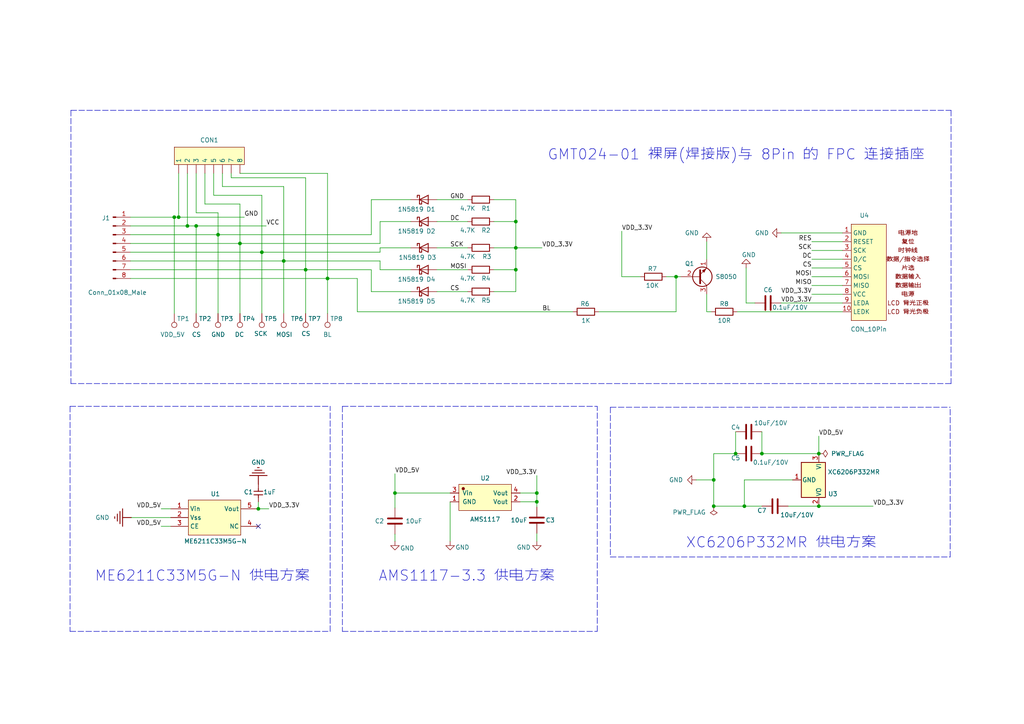
<source format=kicad_sch>
(kicad_sch (version 20211123) (generator eeschema)

  (uuid 49429f89-951b-48c5-95e0-5d1b3f50ce91)

  (paper "A4")

  (title_block
    (title "UINIO-LCD2.4-ST7789")
    (date "2022-09-21")
    (rev "Hank")
    (company "UinIO.com")
  )

  (lib_symbols
    (symbol "Connector:Conn_01x08_Male" (pin_names (offset 1.016) hide) (in_bom yes) (on_board yes)
      (property "Reference" "J" (id 0) (at 0 10.16 0)
        (effects (font (size 1.27 1.27)))
      )
      (property "Value" "Conn_01x08_Male" (id 1) (at 0 -12.7 0)
        (effects (font (size 1.27 1.27)))
      )
      (property "Footprint" "" (id 2) (at 0 0 0)
        (effects (font (size 1.27 1.27)) hide)
      )
      (property "Datasheet" "~" (id 3) (at 0 0 0)
        (effects (font (size 1.27 1.27)) hide)
      )
      (property "ki_keywords" "connector" (id 4) (at 0 0 0)
        (effects (font (size 1.27 1.27)) hide)
      )
      (property "ki_description" "Generic connector, single row, 01x08, script generated (kicad-library-utils/schlib/autogen/connector/)" (id 5) (at 0 0 0)
        (effects (font (size 1.27 1.27)) hide)
      )
      (property "ki_fp_filters" "Connector*:*_1x??_*" (id 6) (at 0 0 0)
        (effects (font (size 1.27 1.27)) hide)
      )
      (symbol "Conn_01x08_Male_1_1"
        (polyline
          (pts
            (xy 1.27 -10.16)
            (xy 0.8636 -10.16)
          )
          (stroke (width 0.1524) (type default) (color 0 0 0 0))
          (fill (type none))
        )
        (polyline
          (pts
            (xy 1.27 -7.62)
            (xy 0.8636 -7.62)
          )
          (stroke (width 0.1524) (type default) (color 0 0 0 0))
          (fill (type none))
        )
        (polyline
          (pts
            (xy 1.27 -5.08)
            (xy 0.8636 -5.08)
          )
          (stroke (width 0.1524) (type default) (color 0 0 0 0))
          (fill (type none))
        )
        (polyline
          (pts
            (xy 1.27 -2.54)
            (xy 0.8636 -2.54)
          )
          (stroke (width 0.1524) (type default) (color 0 0 0 0))
          (fill (type none))
        )
        (polyline
          (pts
            (xy 1.27 0)
            (xy 0.8636 0)
          )
          (stroke (width 0.1524) (type default) (color 0 0 0 0))
          (fill (type none))
        )
        (polyline
          (pts
            (xy 1.27 2.54)
            (xy 0.8636 2.54)
          )
          (stroke (width 0.1524) (type default) (color 0 0 0 0))
          (fill (type none))
        )
        (polyline
          (pts
            (xy 1.27 5.08)
            (xy 0.8636 5.08)
          )
          (stroke (width 0.1524) (type default) (color 0 0 0 0))
          (fill (type none))
        )
        (polyline
          (pts
            (xy 1.27 7.62)
            (xy 0.8636 7.62)
          )
          (stroke (width 0.1524) (type default) (color 0 0 0 0))
          (fill (type none))
        )
        (rectangle (start 0.8636 -10.033) (end 0 -10.287)
          (stroke (width 0.1524) (type default) (color 0 0 0 0))
          (fill (type outline))
        )
        (rectangle (start 0.8636 -7.493) (end 0 -7.747)
          (stroke (width 0.1524) (type default) (color 0 0 0 0))
          (fill (type outline))
        )
        (rectangle (start 0.8636 -4.953) (end 0 -5.207)
          (stroke (width 0.1524) (type default) (color 0 0 0 0))
          (fill (type outline))
        )
        (rectangle (start 0.8636 -2.413) (end 0 -2.667)
          (stroke (width 0.1524) (type default) (color 0 0 0 0))
          (fill (type outline))
        )
        (rectangle (start 0.8636 0.127) (end 0 -0.127)
          (stroke (width 0.1524) (type default) (color 0 0 0 0))
          (fill (type outline))
        )
        (rectangle (start 0.8636 2.667) (end 0 2.413)
          (stroke (width 0.1524) (type default) (color 0 0 0 0))
          (fill (type outline))
        )
        (rectangle (start 0.8636 5.207) (end 0 4.953)
          (stroke (width 0.1524) (type default) (color 0 0 0 0))
          (fill (type outline))
        )
        (rectangle (start 0.8636 7.747) (end 0 7.493)
          (stroke (width 0.1524) (type default) (color 0 0 0 0))
          (fill (type outline))
        )
        (pin passive line (at 5.08 7.62 180) (length 3.81)
          (name "Pin_1" (effects (font (size 1.27 1.27))))
          (number "1" (effects (font (size 1.27 1.27))))
        )
        (pin passive line (at 5.08 5.08 180) (length 3.81)
          (name "Pin_2" (effects (font (size 1.27 1.27))))
          (number "2" (effects (font (size 1.27 1.27))))
        )
        (pin passive line (at 5.08 2.54 180) (length 3.81)
          (name "Pin_3" (effects (font (size 1.27 1.27))))
          (number "3" (effects (font (size 1.27 1.27))))
        )
        (pin passive line (at 5.08 0 180) (length 3.81)
          (name "Pin_4" (effects (font (size 1.27 1.27))))
          (number "4" (effects (font (size 1.27 1.27))))
        )
        (pin passive line (at 5.08 -2.54 180) (length 3.81)
          (name "Pin_5" (effects (font (size 1.27 1.27))))
          (number "5" (effects (font (size 1.27 1.27))))
        )
        (pin passive line (at 5.08 -5.08 180) (length 3.81)
          (name "Pin_6" (effects (font (size 1.27 1.27))))
          (number "6" (effects (font (size 1.27 1.27))))
        )
        (pin passive line (at 5.08 -7.62 180) (length 3.81)
          (name "Pin_7" (effects (font (size 1.27 1.27))))
          (number "7" (effects (font (size 1.27 1.27))))
        )
        (pin passive line (at 5.08 -10.16 180) (length 3.81)
          (name "Pin_8" (effects (font (size 1.27 1.27))))
          (number "8" (effects (font (size 1.27 1.27))))
        )
      )
    )
    (symbol "Connector:TestPoint" (pin_numbers hide) (pin_names (offset 0.762) hide) (in_bom yes) (on_board yes)
      (property "Reference" "TP" (id 0) (at 0 6.858 0)
        (effects (font (size 1.27 1.27)))
      )
      (property "Value" "TestPoint" (id 1) (at 0 5.08 0)
        (effects (font (size 1.27 1.27)))
      )
      (property "Footprint" "" (id 2) (at 5.08 0 0)
        (effects (font (size 1.27 1.27)) hide)
      )
      (property "Datasheet" "~" (id 3) (at 5.08 0 0)
        (effects (font (size 1.27 1.27)) hide)
      )
      (property "ki_keywords" "test point tp" (id 4) (at 0 0 0)
        (effects (font (size 1.27 1.27)) hide)
      )
      (property "ki_description" "test point" (id 5) (at 0 0 0)
        (effects (font (size 1.27 1.27)) hide)
      )
      (property "ki_fp_filters" "Pin* Test*" (id 6) (at 0 0 0)
        (effects (font (size 1.27 1.27)) hide)
      )
      (symbol "TestPoint_0_1"
        (circle (center 0 3.302) (radius 0.762)
          (stroke (width 0) (type default) (color 0 0 0 0))
          (fill (type none))
        )
      )
      (symbol "TestPoint_1_1"
        (pin passive line (at 0 0 90) (length 2.54)
          (name "1" (effects (font (size 1.27 1.27))))
          (number "1" (effects (font (size 1.27 1.27))))
        )
      )
    )
    (symbol "Device:C" (pin_numbers hide) (pin_names (offset 0.254)) (in_bom yes) (on_board yes)
      (property "Reference" "C" (id 0) (at 0.635 2.54 0)
        (effects (font (size 1.27 1.27)) (justify left))
      )
      (property "Value" "C" (id 1) (at 0.635 -2.54 0)
        (effects (font (size 1.27 1.27)) (justify left))
      )
      (property "Footprint" "" (id 2) (at 0.9652 -3.81 0)
        (effects (font (size 1.27 1.27)) hide)
      )
      (property "Datasheet" "~" (id 3) (at 0 0 0)
        (effects (font (size 1.27 1.27)) hide)
      )
      (property "ki_keywords" "cap capacitor" (id 4) (at 0 0 0)
        (effects (font (size 1.27 1.27)) hide)
      )
      (property "ki_description" "Unpolarized capacitor" (id 5) (at 0 0 0)
        (effects (font (size 1.27 1.27)) hide)
      )
      (property "ki_fp_filters" "C_*" (id 6) (at 0 0 0)
        (effects (font (size 1.27 1.27)) hide)
      )
      (symbol "C_0_1"
        (polyline
          (pts
            (xy -2.032 -0.762)
            (xy 2.032 -0.762)
          )
          (stroke (width 0.508) (type default) (color 0 0 0 0))
          (fill (type none))
        )
        (polyline
          (pts
            (xy -2.032 0.762)
            (xy 2.032 0.762)
          )
          (stroke (width 0.508) (type default) (color 0 0 0 0))
          (fill (type none))
        )
      )
      (symbol "C_1_1"
        (pin passive line (at 0 3.81 270) (length 2.794)
          (name "~" (effects (font (size 1.27 1.27))))
          (number "1" (effects (font (size 1.27 1.27))))
        )
        (pin passive line (at 0 -3.81 90) (length 2.794)
          (name "~" (effects (font (size 1.27 1.27))))
          (number "2" (effects (font (size 1.27 1.27))))
        )
      )
    )
    (symbol "Device:R" (pin_numbers hide) (pin_names (offset 0)) (in_bom yes) (on_board yes)
      (property "Reference" "R" (id 0) (at 2.032 0 90)
        (effects (font (size 1.27 1.27)))
      )
      (property "Value" "R" (id 1) (at 0 0 90)
        (effects (font (size 1.27 1.27)))
      )
      (property "Footprint" "" (id 2) (at -1.778 0 90)
        (effects (font (size 1.27 1.27)) hide)
      )
      (property "Datasheet" "~" (id 3) (at 0 0 0)
        (effects (font (size 1.27 1.27)) hide)
      )
      (property "ki_keywords" "R res resistor" (id 4) (at 0 0 0)
        (effects (font (size 1.27 1.27)) hide)
      )
      (property "ki_description" "Resistor" (id 5) (at 0 0 0)
        (effects (font (size 1.27 1.27)) hide)
      )
      (property "ki_fp_filters" "R_*" (id 6) (at 0 0 0)
        (effects (font (size 1.27 1.27)) hide)
      )
      (symbol "R_0_1"
        (rectangle (start -1.016 -2.54) (end 1.016 2.54)
          (stroke (width 0.254) (type default) (color 0 0 0 0))
          (fill (type none))
        )
      )
      (symbol "R_1_1"
        (pin passive line (at 0 3.81 270) (length 1.27)
          (name "~" (effects (font (size 1.27 1.27))))
          (number "1" (effects (font (size 1.27 1.27))))
        )
        (pin passive line (at 0 -3.81 90) (length 1.27)
          (name "~" (effects (font (size 1.27 1.27))))
          (number "2" (effects (font (size 1.27 1.27))))
        )
      )
    )
    (symbol "Diode:1N5819" (pin_numbers hide) (pin_names (offset 1.016) hide) (in_bom yes) (on_board yes)
      (property "Reference" "D" (id 0) (at 0 2.54 0)
        (effects (font (size 1.27 1.27)))
      )
      (property "Value" "1N5819" (id 1) (at 0 -2.54 0)
        (effects (font (size 1.27 1.27)))
      )
      (property "Footprint" "Diode_THT:D_DO-41_SOD81_P10.16mm_Horizontal" (id 2) (at 0 -4.445 0)
        (effects (font (size 1.27 1.27)) hide)
      )
      (property "Datasheet" "http://www.vishay.com/docs/88525/1n5817.pdf" (id 3) (at 0 0 0)
        (effects (font (size 1.27 1.27)) hide)
      )
      (property "ki_keywords" "diode Schottky" (id 4) (at 0 0 0)
        (effects (font (size 1.27 1.27)) hide)
      )
      (property "ki_description" "40V 1A Schottky Barrier Rectifier Diode, DO-41" (id 5) (at 0 0 0)
        (effects (font (size 1.27 1.27)) hide)
      )
      (property "ki_fp_filters" "D*DO?41*" (id 6) (at 0 0 0)
        (effects (font (size 1.27 1.27)) hide)
      )
      (symbol "1N5819_0_1"
        (polyline
          (pts
            (xy 1.27 0)
            (xy -1.27 0)
          )
          (stroke (width 0) (type default) (color 0 0 0 0))
          (fill (type none))
        )
        (polyline
          (pts
            (xy 1.27 1.27)
            (xy 1.27 -1.27)
            (xy -1.27 0)
            (xy 1.27 1.27)
          )
          (stroke (width 0.254) (type default) (color 0 0 0 0))
          (fill (type none))
        )
        (polyline
          (pts
            (xy -1.905 0.635)
            (xy -1.905 1.27)
            (xy -1.27 1.27)
            (xy -1.27 -1.27)
            (xy -0.635 -1.27)
            (xy -0.635 -0.635)
          )
          (stroke (width 0.254) (type default) (color 0 0 0 0))
          (fill (type none))
        )
      )
      (symbol "1N5819_1_1"
        (pin passive line (at -3.81 0 0) (length 2.54)
          (name "K" (effects (font (size 1.27 1.27))))
          (number "1" (effects (font (size 1.27 1.27))))
        )
        (pin passive line (at 3.81 0 180) (length 2.54)
          (name "A" (effects (font (size 1.27 1.27))))
          (number "2" (effects (font (size 1.27 1.27))))
        )
      )
    )
    (symbol "Regulator_Linear:XC6206PxxxMR" (pin_names (offset 0.254)) (in_bom yes) (on_board yes)
      (property "Reference" "U" (id 0) (at -3.81 3.175 0)
        (effects (font (size 1.27 1.27)))
      )
      (property "Value" "XC6206PxxxMR" (id 1) (at 0 3.175 0)
        (effects (font (size 1.27 1.27)) (justify left))
      )
      (property "Footprint" "Package_TO_SOT_SMD:SOT-23" (id 2) (at 0 5.715 0)
        (effects (font (size 1.27 1.27) italic) hide)
      )
      (property "Datasheet" "https://www.torexsemi.com/file/xc6206/XC6206.pdf" (id 3) (at 0 0 0)
        (effects (font (size 1.27 1.27)) hide)
      )
      (property "ki_keywords" "Torex LDO Voltage Regulator Fixed Positive" (id 4) (at 0 0 0)
        (effects (font (size 1.27 1.27)) hide)
      )
      (property "ki_description" "Positive 60-250mA Low Dropout Regulator, Fixed Output, SOT-23" (id 5) (at 0 0 0)
        (effects (font (size 1.27 1.27)) hide)
      )
      (property "ki_fp_filters" "SOT?23*" (id 6) (at 0 0 0)
        (effects (font (size 1.27 1.27)) hide)
      )
      (symbol "XC6206PxxxMR_0_1"
        (rectangle (start -5.08 1.905) (end 5.08 -5.08)
          (stroke (width 0.254) (type default) (color 0 0 0 0))
          (fill (type background))
        )
      )
      (symbol "XC6206PxxxMR_1_1"
        (pin power_in line (at 0 -7.62 90) (length 2.54)
          (name "GND" (effects (font (size 1.27 1.27))))
          (number "1" (effects (font (size 1.27 1.27))))
        )
        (pin power_out line (at 7.62 0 180) (length 2.54)
          (name "VO" (effects (font (size 1.27 1.27))))
          (number "2" (effects (font (size 1.27 1.27))))
        )
        (pin power_in line (at -7.62 0 0) (length 2.54)
          (name "VI" (effects (font (size 1.27 1.27))))
          (number "3" (effects (font (size 1.27 1.27))))
        )
      )
    )
    (symbol "Transistor_BJT:S8050" (pin_names (offset 0) hide) (in_bom yes) (on_board yes)
      (property "Reference" "Q" (id 0) (at 5.08 1.905 0)
        (effects (font (size 1.27 1.27)) (justify left))
      )
      (property "Value" "S8050" (id 1) (at 5.08 0 0)
        (effects (font (size 1.27 1.27)) (justify left))
      )
      (property "Footprint" "Package_TO_SOT_THT:TO-92_Inline" (id 2) (at 5.08 -1.905 0)
        (effects (font (size 1.27 1.27) italic) (justify left) hide)
      )
      (property "Datasheet" "http://www.unisonic.com.tw/datasheet/S8050.pdf" (id 3) (at 0 0 0)
        (effects (font (size 1.27 1.27)) (justify left) hide)
      )
      (property "ki_keywords" "S8050 NPN Low Voltage High Current Transistor" (id 4) (at 0 0 0)
        (effects (font (size 1.27 1.27)) hide)
      )
      (property "ki_description" "0.7A Ic, 20V Vce, Low Voltage High Current NPN Transistor, TO-92" (id 5) (at 0 0 0)
        (effects (font (size 1.27 1.27)) hide)
      )
      (property "ki_fp_filters" "TO?92*" (id 6) (at 0 0 0)
        (effects (font (size 1.27 1.27)) hide)
      )
      (symbol "S8050_0_1"
        (polyline
          (pts
            (xy 0 0)
            (xy 0.635 0)
          )
          (stroke (width 0) (type default) (color 0 0 0 0))
          (fill (type none))
        )
        (polyline
          (pts
            (xy 0.635 0.635)
            (xy 2.54 2.54)
          )
          (stroke (width 0) (type default) (color 0 0 0 0))
          (fill (type none))
        )
        (polyline
          (pts
            (xy 0.635 -0.635)
            (xy 2.54 -2.54)
            (xy 2.54 -2.54)
          )
          (stroke (width 0) (type default) (color 0 0 0 0))
          (fill (type none))
        )
        (polyline
          (pts
            (xy 0.635 1.905)
            (xy 0.635 -1.905)
            (xy 0.635 -1.905)
          )
          (stroke (width 0.508) (type default) (color 0 0 0 0))
          (fill (type none))
        )
        (polyline
          (pts
            (xy 1.27 -1.778)
            (xy 1.778 -1.27)
            (xy 2.286 -2.286)
            (xy 1.27 -1.778)
            (xy 1.27 -1.778)
          )
          (stroke (width 0) (type default) (color 0 0 0 0))
          (fill (type outline))
        )
        (circle (center 1.27 0) (radius 2.8194)
          (stroke (width 0.254) (type default) (color 0 0 0 0))
          (fill (type none))
        )
      )
      (symbol "S8050_1_1"
        (pin passive line (at 2.54 -5.08 90) (length 2.54)
          (name "E" (effects (font (size 1.27 1.27))))
          (number "1" (effects (font (size 1.27 1.27))))
        )
        (pin input line (at -5.08 0 0) (length 5.08)
          (name "B" (effects (font (size 1.27 1.27))))
          (number "2" (effects (font (size 1.27 1.27))))
        )
        (pin passive line (at 2.54 5.08 270) (length 2.54)
          (name "C" (effects (font (size 1.27 1.27))))
          (number "3" (effects (font (size 1.27 1.27))))
        )
      )
    )
    (symbol "Uinio:AMS1117" (pin_names (offset 1.016)) (in_bom yes) (on_board yes)
      (property "Reference" "U" (id 0) (at 0 6.477 0)
        (effects (font (size 1.27 1.27)))
      )
      (property "Value" "AMS1117" (id 1) (at 0 -6.35 0)
        (effects (font (size 1.27 1.27)))
      )
      (property "Footprint" "kicad_lceda:SOT-223-3_L6.6-W3.5-P2.30-LS7.0-BL" (id 2) (at 0 1.397 0)
        (effects (font (size 1.27 1.27)) hide)
      )
      (property "Datasheet" "" (id 3) (at 0 -3.683 0)
        (effects (font (size 1.27 1.27)) hide)
      )
      (property "SuppliersPartNumber" "C9900000244" (id 4) (at 0 -8.763 0)
        (effects (font (size 1.27 1.27)) hide)
      )
      (property "uuid" "std:8a3e2c2e31c64a418536cb13c7bf041a" (id 5) (at 0 -8.763 0)
        (effects (font (size 1.27 1.27)) hide)
      )
      (symbol "AMS1117_1_1"
        (rectangle (start -7.62 3.81) (end 7.62 -3.81)
          (stroke (width 0.1524) (type default) (color 0 0 0 0))
          (fill (type background))
        )
        (circle (center -6.35 2.54) (radius 0.381)
          (stroke (width 0.1524) (type default) (color 0 0 0 0))
          (fill (type outline))
        )
        (pin input line (at -10.16 -1.27 0) (length 2.54)
          (name "GND" (effects (font (size 1.27 1.27))))
          (number "1" (effects (font (size 1.27 1.27))))
        )
        (pin input line (at 10.16 -1.27 180) (length 2.54)
          (name "Vout" (effects (font (size 1.27 1.27))))
          (number "2" (effects (font (size 1.27 1.27))))
        )
        (pin input line (at -10.16 1.27 0) (length 2.54)
          (name "Vin" (effects (font (size 1.27 1.27))))
          (number "3" (effects (font (size 1.27 1.27))))
        )
        (pin input line (at 10.16 1.27 180) (length 2.54)
          (name "Vout" (effects (font (size 1.27 1.27))))
          (number "4" (effects (font (size 1.27 1.27))))
        )
      )
    )
    (symbol "Uinio:CAP_0402" (in_bom yes) (on_board yes)
      (property "Reference" "C8" (id 0) (at 1.524 -1.016 0)
        (effects (font (size 1.27 1.27)) (justify left bottom))
      )
      (property "Value" "CAP_0402" (id 1) (at 1.524 -3.556 0)
        (effects (font (size 1.27 1.27)) (justify left bottom))
      )
      (property "Footprint" "Uinio:CAP_0402" (id 2) (at 0 0 0)
        (effects (font (size 1.27 1.27)) hide)
      )
      (property "Datasheet" "" (id 3) (at 0 0 0)
        (effects (font (size 1.27 1.27)) hide)
      )
      (property "ALTIUM_VALUE" "0.1u" (id 4) (at -1.524 3.048 0)
        (effects (font (size 1.27 1.27)) (justify left bottom) hide)
      )
      (property "ki_description" "Capacitor" (id 5) (at 0 0 0)
        (effects (font (size 1.27 1.27)) hide)
      )
      (property "ki_fp_filters" "CAP_0402" (id 6) (at 0 0 0)
        (effects (font (size 1.27 1.27)) hide)
      )
      (symbol "CAP_0402_1_0"
        (polyline
          (pts
            (xy -1.27 0.508)
            (xy 1.27 0.508)
          )
          (stroke (width 0.254) (type default) (color 0 0 0 0))
          (fill (type none))
        )
        (polyline
          (pts
            (xy 0 -1.27)
            (xy 0 -0.508)
          )
          (stroke (width 0.254) (type default) (color 0 0 0 0))
          (fill (type none))
        )
        (polyline
          (pts
            (xy 0 1.27)
            (xy 0 0.508)
          )
          (stroke (width 0.254) (type default) (color 0 0 0 0))
          (fill (type none))
        )
        (polyline
          (pts
            (xy 1.27 -0.508)
            (xy -1.27 -0.508)
          )
          (stroke (width 0.254) (type default) (color 0 0 0 0))
          (fill (type none))
        )
        (pin passive line (at 0 -2.54 90) (length 1.27)
          (name "1" (effects (font (size 0 0))))
          (number "1" (effects (font (size 0 0))))
        )
        (pin passive line (at 0 2.54 270) (length 1.27)
          (name "2" (effects (font (size 0 0))))
          (number "2" (effects (font (size 0 0))))
        )
      )
    )
    (symbol "Uinio:CON_10Pin" (in_bom yes) (on_board yes)
      (property "Reference" "U" (id 0) (at -1.27 0 0)
        (effects (font (size 1.27 1.27)))
      )
      (property "Value" "CON_10Pin" (id 1) (at -1.27 -33.02 0)
        (effects (font (size 1.27 1.27)))
      )
      (property "Footprint" "" (id 2) (at 0 0 0)
        (effects (font (size 1.27 1.27)) hide)
      )
      (property "Datasheet" "" (id 3) (at 0 0 0)
        (effects (font (size 1.27 1.27)) hide)
      )
      (symbol "CON_10Pin_0_0"
        (text "LCD 背光正极" (at -12.7 -25.4 0)
          (effects (font (size 1.27 1.27)))
        )
        (text "LCD 背光负极" (at -12.7 -27.94 0)
          (effects (font (size 1.27 1.27)))
        )
        (text "复位" (at -12.7 -7.62 0)
          (effects (font (size 1.27 1.27)))
        )
        (text "数据/指令选择" (at -12.7 -12.7 0)
          (effects (font (size 1.27 1.27)))
        )
        (text "数据输入" (at -12.7 -17.78 0)
          (effects (font (size 1.27 1.27)))
        )
        (text "数据输出" (at -12.7 -20.32 0)
          (effects (font (size 1.27 1.27)))
        )
        (text "时钟线" (at -12.7 -10.16 0)
          (effects (font (size 1.27 1.27)))
        )
        (text "片选" (at -12.7 -15.24 0)
          (effects (font (size 1.27 1.27)))
        )
        (text "电源" (at -12.7 -22.86 0)
          (effects (font (size 1.27 1.27)))
        )
        (text "电源地" (at -12.7 -5.08 0)
          (effects (font (size 1.27 1.27)))
        )
      )
      (symbol "CON_10Pin_0_1"
        (rectangle (start -6.35 -2.54) (end 3.81 -30.48)
          (stroke (width 0) (type default) (color 0 0 0 0))
          (fill (type background))
        )
      )
      (symbol "CON_10Pin_1_1"
        (pin power_in line (at 6.35 -5.08 180) (length 2.54)
          (name "GND" (effects (font (size 1.27 1.27))))
          (number "1" (effects (font (size 1.27 1.27))))
        )
        (pin bidirectional line (at 6.35 -27.94 180) (length 2.54)
          (name "LEDK" (effects (font (size 1.27 1.27))))
          (number "10" (effects (font (size 1.27 1.27))))
        )
        (pin bidirectional line (at 6.35 -7.62 180) (length 2.54)
          (name "RESET" (effects (font (size 1.27 1.27))))
          (number "2" (effects (font (size 1.27 1.27))))
        )
        (pin bidirectional line (at 6.35 -10.16 180) (length 2.54)
          (name "SCK" (effects (font (size 1.27 1.27))))
          (number "3" (effects (font (size 1.27 1.27))))
        )
        (pin bidirectional line (at 6.35 -12.7 180) (length 2.54)
          (name "D/C" (effects (font (size 1.27 1.27))))
          (number "4" (effects (font (size 1.27 1.27))))
        )
        (pin bidirectional line (at 6.35 -15.24 180) (length 2.54)
          (name "CS" (effects (font (size 1.27 1.27))))
          (number "5" (effects (font (size 1.27 1.27))))
        )
        (pin bidirectional line (at 6.35 -17.78 180) (length 2.54)
          (name "MOSI" (effects (font (size 1.27 1.27))))
          (number "6" (effects (font (size 1.27 1.27))))
        )
        (pin bidirectional line (at 6.35 -20.32 180) (length 2.54)
          (name "MISO" (effects (font (size 1.27 1.27))))
          (number "7" (effects (font (size 1.27 1.27))))
        )
        (pin power_in line (at 6.35 -22.86 180) (length 2.54)
          (name "VCC" (effects (font (size 1.27 1.27))))
          (number "8" (effects (font (size 1.27 1.27))))
        )
        (pin power_in line (at 6.35 -25.4 180) (length 2.54)
          (name "LEDA" (effects (font (size 1.27 1.27))))
          (number "9" (effects (font (size 1.27 1.27))))
        )
      )
    )
    (symbol "Uinio:FFC_8Pin_0.5mm" (in_bom yes) (on_board yes)
      (property "Reference" "CON2" (id 0) (at -5.08 -22.86 0)
        (effects (font (size 1.27 1.27)) (justify left bottom))
      )
      (property "Value" "FFC_8Pin_0.5mm" (id 1) (at -5.08 0 0)
        (effects (font (size 1.27 1.27)) (justify left bottom) hide)
      )
      (property "Footprint" "Uinio:FPC-SMD_8P-P0.5_C9900011879" (id 2) (at 0 0 0)
        (effects (font (size 1.27 1.27)) hide)
      )
      (property "Datasheet" "" (id 3) (at 0 0 0)
        (effects (font (size 1.27 1.27)) hide)
      )
      (property "SYSTEM" "Connector" (id 4) (at -5.08 -25.4 0)
        (effects (font (size 1.27 1.27)) (justify left bottom) hide)
      )
      (property "ki_description" "FFC" (id 5) (at 0 0 0)
        (effects (font (size 1.27 1.27)) hide)
      )
      (property "ki_fp_filters" "FFC_0.5_8" (id 6) (at 0 0 0)
        (effects (font (size 1.27 1.27)) hide)
      )
      (symbol "FFC_8Pin_0.5mm_1_0"
        (rectangle (start 0 0) (end -5.08 -20.32)
          (stroke (width 0) (type default) (color 0 0 0 0))
          (fill (type background))
        )
        (pin passive line (at 2.54 -19.05 180) (length 2.54)
          (name "1" (effects (font (size 1.27 1.27))))
          (number "1" (effects (font (size 0 0))))
        )
        (pin passive line (at 2.54 -16.51 180) (length 2.54)
          (name "2" (effects (font (size 1.27 1.27))))
          (number "2" (effects (font (size 0 0))))
        )
        (pin passive line (at 2.54 -13.97 180) (length 2.54)
          (name "3" (effects (font (size 1.27 1.27))))
          (number "3" (effects (font (size 0 0))))
        )
        (pin passive line (at 2.54 -11.43 180) (length 2.54)
          (name "4" (effects (font (size 1.27 1.27))))
          (number "4" (effects (font (size 0 0))))
        )
        (pin passive line (at 2.54 -8.89 180) (length 2.54)
          (name "5" (effects (font (size 1.27 1.27))))
          (number "5" (effects (font (size 0 0))))
        )
        (pin passive line (at 2.54 -6.35 180) (length 2.54)
          (name "6" (effects (font (size 1.27 1.27))))
          (number "6" (effects (font (size 0 0))))
        )
        (pin passive line (at 2.54 -3.81 180) (length 2.54)
          (name "7" (effects (font (size 1.27 1.27))))
          (number "7" (effects (font (size 0 0))))
        )
        (pin passive line (at 2.54 -1.27 180) (length 2.54)
          (name "8" (effects (font (size 1.27 1.27))))
          (number "8" (effects (font (size 0 0))))
        )
      )
    )
    (symbol "Uinio:GND" (power) (in_bom yes) (on_board yes)
      (property "Reference" "#PWR04" (id 0) (at 0 0 0)
        (effects (font (size 1.27 1.27)) hide)
      )
      (property "Value" "GND" (id 1) (at 0 6.35 90)
        (effects (font (size 1.27 1.27)) (justify right))
      )
      (property "Footprint" "" (id 2) (at 0 0 0)
        (effects (font (size 1.27 1.27)) hide)
      )
      (property "Datasheet" "" (id 3) (at 0 0 0)
        (effects (font (size 1.27 1.27)) hide)
      )
      (property "ki_keywords" "power-flag" (id 4) (at 0 0 0)
        (effects (font (size 1.27 1.27)) hide)
      )
      (property "ki_description" "电源符号创建名为 'GND' 的全局标签" (id 5) (at 0 0 0)
        (effects (font (size 1.27 1.27)) hide)
      )
      (symbol "GND_0_0"
        (polyline
          (pts
            (xy -2.54 -2.54)
            (xy 2.54 -2.54)
          )
          (stroke (width 0.254) (type default) (color 0 0 0 0))
          (fill (type none))
        )
        (polyline
          (pts
            (xy -1.778 -3.302)
            (xy 1.778 -3.302)
          )
          (stroke (width 0.254) (type default) (color 0 0 0 0))
          (fill (type none))
        )
        (polyline
          (pts
            (xy -1.016 -4.064)
            (xy 1.016 -4.064)
          )
          (stroke (width 0.254) (type default) (color 0 0 0 0))
          (fill (type none))
        )
        (polyline
          (pts
            (xy -0.254 -4.826)
            (xy 0.254 -4.826)
          )
          (stroke (width 0.254) (type default) (color 0 0 0 0))
          (fill (type none))
        )
        (polyline
          (pts
            (xy 0 0)
            (xy 0 -2.54)
          )
          (stroke (width 0.254) (type default) (color 0 0 0 0))
          (fill (type none))
        )
        (pin power_in line (at 0 0 0) (length 0) hide
          (name "GND" (effects (font (size 1.27 1.27))))
          (number "" (effects (font (size 1.27 1.27))))
        )
      )
    )
    (symbol "Uinio:ME6211" (in_bom yes) (on_board yes)
      (property "Reference" "V1" (id 0) (at 5.08 2.54 0)
        (effects (font (size 1.27 1.27)) (justify left bottom))
      )
      (property "Value" "ME6211" (id 1) (at 5.08 -10.16 0)
        (effects (font (size 1.27 1.27)) (justify left bottom))
      )
      (property "Footprint" "Uinio:SOT23-5" (id 2) (at 0 0 0)
        (effects (font (size 1.27 1.27)) hide)
      )
      (property "Datasheet" "" (id 3) (at 0 0 0)
        (effects (font (size 1.27 1.27)) hide)
      )
      (property "BOM名称" "低功耗LDO" (id 4) (at -8.128 -15.748 0)
        (effects (font (size 1.27 1.27)) (justify left bottom) hide)
      )
      (property "ki_description" "低功耗LDO" (id 5) (at 0 0 0)
        (effects (font (size 1.27 1.27)) hide)
      )
      (property "ki_fp_filters" "SOT23-5L" (id 6) (at 0 0 0)
        (effects (font (size 1.27 1.27)) hide)
      )
      (symbol "ME6211_1_0"
        (rectangle (start 20.32 2.54) (end 5.08 -7.62)
          (stroke (width 0) (type default) (color 0 0 0 0))
          (fill (type background))
        )
        (pin passive line (at 0 0 0) (length 5.08)
          (name "Vin" (effects (font (size 1.27 1.27))))
          (number "1" (effects (font (size 1.27 1.27))))
        )
        (pin passive line (at 0 -2.54 0) (length 5.08)
          (name "Vss" (effects (font (size 1.27 1.27))))
          (number "2" (effects (font (size 1.27 1.27))))
        )
        (pin passive line (at 0 -5.08 0) (length 5.08)
          (name "CE" (effects (font (size 1.27 1.27))))
          (number "3" (effects (font (size 1.27 1.27))))
        )
        (pin passive line (at 25.4 -5.08 180) (length 5.08)
          (name "NC" (effects (font (size 1.27 1.27))))
          (number "4" (effects (font (size 1.27 1.27))))
        )
        (pin passive line (at 25.4 0 180) (length 5.08)
          (name "Vout" (effects (font (size 1.27 1.27))))
          (number "5" (effects (font (size 1.27 1.27))))
        )
      )
    )
    (symbol "power:GND" (power) (pin_names (offset 0)) (in_bom yes) (on_board yes)
      (property "Reference" "#PWR" (id 0) (at 0 -6.35 0)
        (effects (font (size 1.27 1.27)) hide)
      )
      (property "Value" "GND" (id 1) (at 0 -3.81 0)
        (effects (font (size 1.27 1.27)))
      )
      (property "Footprint" "" (id 2) (at 0 0 0)
        (effects (font (size 1.27 1.27)) hide)
      )
      (property "Datasheet" "" (id 3) (at 0 0 0)
        (effects (font (size 1.27 1.27)) hide)
      )
      (property "ki_keywords" "power-flag" (id 4) (at 0 0 0)
        (effects (font (size 1.27 1.27)) hide)
      )
      (property "ki_description" "Power symbol creates a global label with name \"GND\" , ground" (id 5) (at 0 0 0)
        (effects (font (size 1.27 1.27)) hide)
      )
      (symbol "GND_0_1"
        (polyline
          (pts
            (xy 0 0)
            (xy 0 -1.27)
            (xy 1.27 -1.27)
            (xy 0 -2.54)
            (xy -1.27 -1.27)
            (xy 0 -1.27)
          )
          (stroke (width 0) (type default) (color 0 0 0 0))
          (fill (type none))
        )
      )
      (symbol "GND_1_1"
        (pin power_in line (at 0 0 270) (length 0) hide
          (name "GND" (effects (font (size 1.27 1.27))))
          (number "1" (effects (font (size 1.27 1.27))))
        )
      )
    )
    (symbol "power:PWR_FLAG" (power) (pin_numbers hide) (pin_names (offset 0) hide) (in_bom yes) (on_board yes)
      (property "Reference" "#FLG" (id 0) (at 0 1.905 0)
        (effects (font (size 1.27 1.27)) hide)
      )
      (property "Value" "PWR_FLAG" (id 1) (at 0 3.81 0)
        (effects (font (size 1.27 1.27)))
      )
      (property "Footprint" "" (id 2) (at 0 0 0)
        (effects (font (size 1.27 1.27)) hide)
      )
      (property "Datasheet" "~" (id 3) (at 0 0 0)
        (effects (font (size 1.27 1.27)) hide)
      )
      (property "ki_keywords" "power-flag" (id 4) (at 0 0 0)
        (effects (font (size 1.27 1.27)) hide)
      )
      (property "ki_description" "Special symbol for telling ERC where power comes from" (id 5) (at 0 0 0)
        (effects (font (size 1.27 1.27)) hide)
      )
      (symbol "PWR_FLAG_0_0"
        (pin power_out line (at 0 0 90) (length 0)
          (name "pwr" (effects (font (size 1.27 1.27))))
          (number "1" (effects (font (size 1.27 1.27))))
        )
      )
      (symbol "PWR_FLAG_0_1"
        (polyline
          (pts
            (xy 0 0)
            (xy 0 1.27)
            (xy -1.016 1.905)
            (xy 0 2.54)
            (xy 1.016 1.905)
            (xy 0 1.27)
          )
          (stroke (width 0) (type default) (color 0 0 0 0))
          (fill (type none))
        )
      )
    )
  )

  (junction (at 75.946 73.152) (diameter 0) (color 0 0 0 0)
    (uuid 00b40cbd-65b6-4efd-902c-bf14ea99f088)
  )
  (junction (at 63.246 68.072) (diameter 0) (color 0 0 0 0)
    (uuid 00b587e7-2310-4463-af85-91e50828dae2)
  )
  (junction (at 88.646 78.232) (diameter 0) (color 0 0 0 0)
    (uuid 07e9eeae-450f-4249-9f5a-cf26ae90129b)
  )
  (junction (at 207.01 139.192) (diameter 0) (color 0 0 0 0)
    (uuid 22252293-63fc-42de-9fcb-1efcdcc0f049)
  )
  (junction (at 213.36 131.572) (diameter 0) (color 0 0 0 0)
    (uuid 2b0cc240-bf67-491d-b665-3828ca6768ac)
  )
  (junction (at 207.01 146.812) (diameter 0) (color 0 0 0 0)
    (uuid 346bbcea-f67d-4779-9887-2cb535cd2d9f)
  )
  (junction (at 215.9 146.812) (diameter 0) (color 0 0 0 0)
    (uuid 3569df47-2fdc-47cf-98d3-86756bbd3e8f)
  )
  (junction (at 237.49 131.572) (diameter 0) (color 0 0 0 0)
    (uuid 4152bd93-3ca2-46c2-89a3-beab0f523093)
  )
  (junction (at 82.296 75.692) (diameter 0) (color 0 0 0 0)
    (uuid 597f128c-3544-4ef8-87b8-8b1fa98c8f24)
  )
  (junction (at 94.996 80.772) (diameter 0) (color 0 0 0 0)
    (uuid 5dd238d0-e003-4f9d-bc63-55a747ab348f)
  )
  (junction (at 155.702 145.542) (diameter 0) (color 0 0 0 0)
    (uuid 5f5b1cd1-3afb-483e-8a67-d08cda843011)
  )
  (junction (at 69.596 70.612) (diameter 0) (color 0 0 0 0)
    (uuid 71082078-0775-4ebe-8024-d875a3563454)
  )
  (junction (at 196.088 80.264) (diameter 0) (color 0 0 0 0)
    (uuid 7c9fe31e-aa3d-49fe-be46-66dd046d3f28)
  )
  (junction (at 50.546 62.992) (diameter 0) (color 0 0 0 0)
    (uuid 803bc41d-11fe-4cc3-b493-ab9f46054a6f)
  )
  (junction (at 149.606 64.262) (diameter 0) (color 0 0 0 0)
    (uuid 874f3ff8-ceaa-4a61-b799-d91926998301)
  )
  (junction (at 149.606 78.232) (diameter 0) (color 0 0 0 0)
    (uuid 8ace1e5d-d7f8-4d16-b051-3808912572be)
  )
  (junction (at 54.356 65.532) (diameter 0) (color 0 0 0 0)
    (uuid 98369891-9973-41df-b04c-9eb84bfe9dde)
  )
  (junction (at 149.606 71.882) (diameter 0) (color 0 0 0 0)
    (uuid 9856915a-8f43-498a-a0a1-570b83f020b6)
  )
  (junction (at 237.49 146.812) (diameter 0) (color 0 0 0 0)
    (uuid 9a3a4778-f732-4b36-9f42-89ca82dd730a)
  )
  (junction (at 155.702 143.002) (diameter 0) (color 0 0 0 0)
    (uuid a55a961e-9cac-4378-893f-7905d5cec4ea)
  )
  (junction (at 220.98 131.572) (diameter 0) (color 0 0 0 0)
    (uuid b2c6f680-2120-4f72-86cc-a0d2a7ed9ad9)
  )
  (junction (at 56.896 65.532) (diameter 0) (color 0 0 0 0)
    (uuid cb81bb35-8d2b-4438-95cb-cc7f48077d16)
  )
  (junction (at 51.816 62.992) (diameter 0) (color 0 0 0 0)
    (uuid ccd8c8c4-8062-4c3e-ab95-db7258ccb5bd)
  )
  (junction (at 74.93 147.574) (diameter 0) (color 0 0 0 0)
    (uuid f1a5b981-9b0c-4e86-8545-ca4968dd6480)
  )
  (junction (at 114.554 143.002) (diameter 0) (color 0 0 0 0)
    (uuid f2abdcfe-683a-402a-956f-fe5a5cac1560)
  )

  (no_connect (at 74.93 152.654) (uuid 7f51c04e-2c22-46c6-b4d6-cb07ab3556f9))

  (wire (pts (xy 196.088 80.264) (xy 197.358 80.264))
    (stroke (width 0) (type default) (color 0 0 0 0))
    (uuid 01d9560e-1388-4ab5-80d9-cf9d4d546568)
  )
  (wire (pts (xy 56.896 65.532) (xy 77.216 65.532))
    (stroke (width 0) (type default) (color 0 0 0 0))
    (uuid 03159bc4-9c37-4543-af55-e1f3f934a179)
  )
  (wire (pts (xy 50.546 62.992) (xy 50.546 90.932))
    (stroke (width 0) (type default) (color 0 0 0 0))
    (uuid 04a27a18-c38b-4080-946b-0b55e43a0678)
  )
  (wire (pts (xy 215.9 139.192) (xy 215.9 146.812))
    (stroke (width 0) (type default) (color 0 0 0 0))
    (uuid 0541b55f-2fc1-4719-99d7-6c4c0b9020d1)
  )
  (wire (pts (xy 237.49 146.812) (xy 253.238 146.812))
    (stroke (width 0) (type default) (color 0 0 0 0))
    (uuid 05a6f5ee-7a7b-47fc-92c9-afbd6a867d33)
  )
  (wire (pts (xy 69.596 70.612) (xy 110.236 70.612))
    (stroke (width 0) (type default) (color 0 0 0 0))
    (uuid 064743c7-2dc1-408c-b606-5de594a73cba)
  )
  (wire (pts (xy 244.348 77.724) (xy 235.458 77.724))
    (stroke (width 0) (type default) (color 0 0 0 0))
    (uuid 0875af5e-a100-46b7-a148-39ad42c28e9e)
  )
  (wire (pts (xy 149.606 64.262) (xy 149.606 71.882))
    (stroke (width 0) (type default) (color 0 0 0 0))
    (uuid 09fbdc6b-5ed3-441e-8feb-1eb440d4d9be)
  )
  (wire (pts (xy 130.556 145.542) (xy 130.556 156.972))
    (stroke (width 0) (type default) (color 0 0 0 0))
    (uuid 0cb347f0-f8bc-4fdd-a29e-f8e712c519f2)
  )
  (polyline (pts (xy 95.758 183.134) (xy 95.758 117.856))
    (stroke (width 0) (type default) (color 0 0 0 0))
    (uuid 0d48d0bf-458d-4542-8579-6cc5c0fd878b)
  )

  (wire (pts (xy 61.976 50.292) (xy 61.976 56.642))
    (stroke (width 0) (type default) (color 0 0 0 0))
    (uuid 0d581a6e-aae7-4bad-a009-38bc90945daf)
  )
  (wire (pts (xy 143.256 84.582) (xy 149.606 84.582))
    (stroke (width 0) (type default) (color 0 0 0 0))
    (uuid 0e20104c-b248-4d95-b9f8-f9c3fe78fbf1)
  )
  (wire (pts (xy 143.256 64.262) (xy 149.606 64.262))
    (stroke (width 0) (type default) (color 0 0 0 0))
    (uuid 1142730c-e545-43ce-a4cf-4a3f92bcf59f)
  )
  (wire (pts (xy 220.98 125.222) (xy 220.98 131.572))
    (stroke (width 0) (type default) (color 0 0 0 0))
    (uuid 12328a45-bece-4dbf-9541-f1e396111fa3)
  )
  (wire (pts (xy 38.1 150.114) (xy 49.53 150.114))
    (stroke (width 0) (type default) (color 0 0 0 0))
    (uuid 13f35995-d571-41ed-bd9c-84040a4d2848)
  )
  (wire (pts (xy 110.236 71.882) (xy 110.236 73.152))
    (stroke (width 0) (type default) (color 0 0 0 0))
    (uuid 17f565c8-e6a3-44d6-9954-e5cd9518b408)
  )
  (wire (pts (xy 75.946 56.642) (xy 75.946 73.152))
    (stroke (width 0) (type default) (color 0 0 0 0))
    (uuid 1bbc73c3-419c-4a50-b08e-0ad18d03ed04)
  )
  (wire (pts (xy 114.554 143.002) (xy 130.556 143.002))
    (stroke (width 0) (type default) (color 0 0 0 0))
    (uuid 1f4f8451-1f45-431c-9da4-6e6ec104df29)
  )
  (polyline (pts (xy 20.32 117.856) (xy 95.758 117.856))
    (stroke (width 0) (type default) (color 0 0 0 0))
    (uuid 1febaa54-fd10-4df4-808e-9d74e252ca42)
  )

  (wire (pts (xy 107.696 57.912) (xy 119.126 57.912))
    (stroke (width 0) (type default) (color 0 0 0 0))
    (uuid 2183ad3f-17d6-4a43-b9da-cbd608b06b44)
  )
  (polyline (pts (xy 99.314 117.856) (xy 99.314 183.134))
    (stroke (width 0) (type default) (color 0 0 0 0))
    (uuid 2189bf36-428f-48ae-92dd-393110bc109f)
  )

  (wire (pts (xy 37.846 78.232) (xy 88.646 78.232))
    (stroke (width 0) (type default) (color 0 0 0 0))
    (uuid 25880a37-417b-4b58-b8b7-a77d3b7459dc)
  )
  (wire (pts (xy 126.746 71.882) (xy 135.636 71.882))
    (stroke (width 0) (type default) (color 0 0 0 0))
    (uuid 27540587-cee3-4e9b-b032-5d52721f1656)
  )
  (polyline (pts (xy 20.574 32.004) (xy 275.844 32.004))
    (stroke (width 0) (type default) (color 0 0 0 0))
    (uuid 2860948c-fa75-4000-a557-0ba67557585d)
  )

  (wire (pts (xy 196.088 90.424) (xy 196.088 80.264))
    (stroke (width 0) (type default) (color 0 0 0 0))
    (uuid 2a8ecce6-7007-49ee-ba03-c51bdb320a3f)
  )
  (wire (pts (xy 143.256 71.882) (xy 149.606 71.882))
    (stroke (width 0) (type default) (color 0 0 0 0))
    (uuid 2ce8c9a6-f27d-4a17-a5d6-e90dc15a43e2)
  )
  (wire (pts (xy 149.606 71.882) (xy 149.606 78.232))
    (stroke (width 0) (type default) (color 0 0 0 0))
    (uuid 32b0f113-65f2-41d2-b9fc-17281e8ef139)
  )
  (wire (pts (xy 74.93 147.574) (xy 77.978 147.574))
    (stroke (width 0) (type default) (color 0 0 0 0))
    (uuid 34f07a58-dd37-4be1-aa4a-13cbe835d6a2)
  )
  (wire (pts (xy 88.646 78.232) (xy 107.696 78.232))
    (stroke (width 0) (type default) (color 0 0 0 0))
    (uuid 35443ded-81d5-4828-8385-f81ccf68e787)
  )
  (wire (pts (xy 150.876 145.542) (xy 155.702 145.542))
    (stroke (width 0) (type default) (color 0 0 0 0))
    (uuid 378f0564-9cfd-4746-8a1e-be7b03db57bf)
  )
  (wire (pts (xy 67.056 50.292) (xy 67.056 51.562))
    (stroke (width 0) (type default) (color 0 0 0 0))
    (uuid 393300db-e81a-4a18-8109-71892f524111)
  )
  (wire (pts (xy 82.296 75.692) (xy 110.236 75.692))
    (stroke (width 0) (type default) (color 0 0 0 0))
    (uuid 3b19c4dd-439c-439e-aca1-647e4c69d2fa)
  )
  (wire (pts (xy 67.056 51.562) (xy 88.646 51.562))
    (stroke (width 0) (type default) (color 0 0 0 0))
    (uuid 3b1a9310-9332-4533-b7a8-fa15ac38522b)
  )
  (wire (pts (xy 244.348 67.564) (xy 226.568 67.564))
    (stroke (width 0) (type default) (color 0 0 0 0))
    (uuid 411278bd-97e4-4384-8616-3f56747a0e3a)
  )
  (wire (pts (xy 244.348 72.644) (xy 235.458 72.644))
    (stroke (width 0) (type default) (color 0 0 0 0))
    (uuid 44a437a7-95b4-49db-beb2-b3dbcf31714a)
  )
  (polyline (pts (xy 177.038 161.544) (xy 275.59 161.544))
    (stroke (width 0) (type default) (color 0 0 0 0))
    (uuid 455a94f1-af0e-4460-8d5e-acb26942143a)
  )

  (wire (pts (xy 37.846 68.072) (xy 63.246 68.072))
    (stroke (width 0) (type default) (color 0 0 0 0))
    (uuid 46250ea2-f206-47c4-b29d-80c0dd290cb4)
  )
  (wire (pts (xy 180.34 67.056) (xy 180.34 80.264))
    (stroke (width 0) (type default) (color 0 0 0 0))
    (uuid 476eab7c-7ba1-48f5-915c-2cb03cfda669)
  )
  (wire (pts (xy 204.978 90.424) (xy 206.248 90.424))
    (stroke (width 0) (type default) (color 0 0 0 0))
    (uuid 4935864c-ba34-47ec-811a-926b83e552c3)
  )
  (wire (pts (xy 143.256 57.912) (xy 149.606 57.912))
    (stroke (width 0) (type default) (color 0 0 0 0))
    (uuid 4abfa862-fda7-43bc-9339-94d3f3d42147)
  )
  (polyline (pts (xy 99.314 183.134) (xy 173.228 183.134))
    (stroke (width 0) (type default) (color 0 0 0 0))
    (uuid 4b29437a-30b0-439b-8ecd-ef4096ef0ef5)
  )

  (wire (pts (xy 82.296 75.692) (xy 37.846 75.692))
    (stroke (width 0) (type default) (color 0 0 0 0))
    (uuid 4c5791f6-f971-42ae-b67c-d88433bc79b6)
  )
  (wire (pts (xy 94.996 50.292) (xy 69.596 50.292))
    (stroke (width 0) (type default) (color 0 0 0 0))
    (uuid 4e1329e4-295d-46a1-b6f9-35f150d52ad0)
  )
  (wire (pts (xy 229.87 139.192) (xy 215.9 139.192))
    (stroke (width 0) (type default) (color 0 0 0 0))
    (uuid 4ecc0265-58be-4f13-9f28-985485fd9616)
  )
  (wire (pts (xy 114.554 154.94) (xy 114.554 156.972))
    (stroke (width 0) (type default) (color 0 0 0 0))
    (uuid 50b22cd1-4806-414f-9aaf-9bbfe1ae5c10)
  )
  (wire (pts (xy 63.246 61.722) (xy 63.246 68.072))
    (stroke (width 0) (type default) (color 0 0 0 0))
    (uuid 51b9d8f8-7f19-4220-893a-c0b2de77cfd4)
  )
  (wire (pts (xy 107.696 68.072) (xy 107.696 57.912))
    (stroke (width 0) (type default) (color 0 0 0 0))
    (uuid 53174126-7c68-46f0-b948-b8f36ee25a36)
  )
  (wire (pts (xy 110.236 78.232) (xy 110.236 75.692))
    (stroke (width 0) (type default) (color 0 0 0 0))
    (uuid 535df879-b63a-4301-9d3d-e0612d67e68e)
  )
  (wire (pts (xy 149.606 71.882) (xy 157.226 71.882))
    (stroke (width 0) (type default) (color 0 0 0 0))
    (uuid 53ef072c-bac1-4db8-bf53-0041c273bf22)
  )
  (wire (pts (xy 82.296 75.692) (xy 82.296 90.932))
    (stroke (width 0) (type default) (color 0 0 0 0))
    (uuid 55437970-5662-4214-b34e-4989089c36c0)
  )
  (wire (pts (xy 56.896 50.292) (xy 56.896 61.722))
    (stroke (width 0) (type default) (color 0 0 0 0))
    (uuid 5b0584be-4f02-4ceb-ade6-b23de3a3b5ff)
  )
  (polyline (pts (xy 99.314 117.856) (xy 173.228 117.856))
    (stroke (width 0) (type default) (color 0 0 0 0))
    (uuid 5e077b97-35d1-4a3f-86d1-45ac4bd10a8c)
  )

  (wire (pts (xy 103.632 80.772) (xy 103.632 90.424))
    (stroke (width 0) (type default) (color 0 0 0 0))
    (uuid 6148a97a-f84b-4514-bee5-061187968268)
  )
  (wire (pts (xy 59.436 59.182) (xy 69.596 59.182))
    (stroke (width 0) (type default) (color 0 0 0 0))
    (uuid 6170cbb9-afff-4d67-8556-e2b0d92faf53)
  )
  (wire (pts (xy 110.236 71.882) (xy 119.126 71.882))
    (stroke (width 0) (type default) (color 0 0 0 0))
    (uuid 62b7bc79-75d3-4993-8536-e17f241afa92)
  )
  (wire (pts (xy 149.606 78.232) (xy 149.606 84.582))
    (stroke (width 0) (type default) (color 0 0 0 0))
    (uuid 64b512eb-bda8-4e2b-a682-c81c9288cc45)
  )
  (polyline (pts (xy 20.32 183.134) (xy 95.758 183.134))
    (stroke (width 0) (type default) (color 0 0 0 0))
    (uuid 65901a12-bd79-41b8-a40c-4d4d692bcc6d)
  )

  (wire (pts (xy 213.36 131.572) (xy 207.01 131.572))
    (stroke (width 0) (type default) (color 0 0 0 0))
    (uuid 66558366-d9b7-4a9f-9718-296aeb9658f4)
  )
  (wire (pts (xy 244.348 75.184) (xy 235.458 75.184))
    (stroke (width 0) (type default) (color 0 0 0 0))
    (uuid 69d5c3cd-d28f-4f1c-acde-5d50167337e1)
  )
  (wire (pts (xy 126.746 64.262) (xy 135.636 64.262))
    (stroke (width 0) (type default) (color 0 0 0 0))
    (uuid 6ba07158-5871-4fd2-8eb3-22505ab8c513)
  )
  (wire (pts (xy 37.846 80.772) (xy 94.996 80.772))
    (stroke (width 0) (type default) (color 0 0 0 0))
    (uuid 6f76e79c-4c86-4cc3-b556-d3ad3e5cec50)
  )
  (wire (pts (xy 216.408 77.724) (xy 216.408 87.884))
    (stroke (width 0) (type default) (color 0 0 0 0))
    (uuid 6fe9879a-702d-41b6-b62a-fec35e086d5e)
  )
  (wire (pts (xy 37.846 65.532) (xy 54.356 65.532))
    (stroke (width 0) (type default) (color 0 0 0 0))
    (uuid 725a19ef-529b-4380-aeb5-823ff0f4c635)
  )
  (wire (pts (xy 220.98 146.812) (xy 215.9 146.812))
    (stroke (width 0) (type default) (color 0 0 0 0))
    (uuid 73344903-f456-46b7-829d-38c6c190c04b)
  )
  (wire (pts (xy 88.646 78.232) (xy 88.646 90.932))
    (stroke (width 0) (type default) (color 0 0 0 0))
    (uuid 739d8ea9-5152-45dc-acc9-602cbdd08a13)
  )
  (wire (pts (xy 220.98 131.572) (xy 237.49 131.572))
    (stroke (width 0) (type default) (color 0 0 0 0))
    (uuid 74760137-12f5-48fc-9c00-92c254f6e998)
  )
  (wire (pts (xy 216.408 87.884) (xy 218.948 87.884))
    (stroke (width 0) (type default) (color 0 0 0 0))
    (uuid 75e0d7f2-bfc3-4809-9c9c-4bc15cf6fee3)
  )
  (wire (pts (xy 46.736 152.654) (xy 49.53 152.654))
    (stroke (width 0) (type default) (color 0 0 0 0))
    (uuid 79048981-d11c-473c-9369-feb66d0ba97a)
  )
  (wire (pts (xy 56.896 61.722) (xy 63.246 61.722))
    (stroke (width 0) (type default) (color 0 0 0 0))
    (uuid 7b068843-e3fa-432e-9671-58f569ed36e0)
  )
  (wire (pts (xy 51.816 62.992) (xy 70.866 62.992))
    (stroke (width 0) (type default) (color 0 0 0 0))
    (uuid 7beee73d-b846-4a62-8a89-5f250710d53c)
  )
  (wire (pts (xy 173.736 90.424) (xy 196.088 90.424))
    (stroke (width 0) (type default) (color 0 0 0 0))
    (uuid 7d59cacc-db78-4432-888f-12335126eee1)
  )
  (wire (pts (xy 126.746 78.232) (xy 135.636 78.232))
    (stroke (width 0) (type default) (color 0 0 0 0))
    (uuid 7eb5b325-0d3d-4e09-a0f3-10bf61311b81)
  )
  (polyline (pts (xy 20.574 32.004) (xy 20.574 111.252))
    (stroke (width 0) (type default) (color 0 0 0 0))
    (uuid 83a59983-4ab3-4d78-ac62-41d4619beacf)
  )

  (wire (pts (xy 69.596 90.932) (xy 69.596 70.612))
    (stroke (width 0) (type default) (color 0 0 0 0))
    (uuid 83edfba9-c3b3-4d2e-8fb5-c76621b692a3)
  )
  (wire (pts (xy 110.236 64.262) (xy 110.236 70.612))
    (stroke (width 0) (type default) (color 0 0 0 0))
    (uuid 844f8f81-389e-4573-9c99-bb10733ee472)
  )
  (wire (pts (xy 201.93 139.192) (xy 207.01 139.192))
    (stroke (width 0) (type default) (color 0 0 0 0))
    (uuid 84beefaf-36be-4917-82ea-89bad3a67e52)
  )
  (wire (pts (xy 228.6 146.812) (xy 237.49 146.812))
    (stroke (width 0) (type default) (color 0 0 0 0))
    (uuid 8bda6618-3118-4003-8610-d3ec2a82f521)
  )
  (wire (pts (xy 64.516 50.292) (xy 64.516 54.102))
    (stroke (width 0) (type default) (color 0 0 0 0))
    (uuid 91c00455-5c3c-462d-80e6-956fe545fdc7)
  )
  (wire (pts (xy 155.702 147.066) (xy 155.702 145.542))
    (stroke (width 0) (type default) (color 0 0 0 0))
    (uuid 924a32ac-5615-48f0-b971-45bdb4783ab3)
  )
  (wire (pts (xy 150.876 143.002) (xy 155.702 143.002))
    (stroke (width 0) (type default) (color 0 0 0 0))
    (uuid 932076a0-2418-49e3-93d6-bfdc80ea150b)
  )
  (wire (pts (xy 155.702 154.686) (xy 155.702 156.972))
    (stroke (width 0) (type default) (color 0 0 0 0))
    (uuid 9546b231-1c1b-4192-b1d6-893eb2f3f742)
  )
  (wire (pts (xy 56.896 65.532) (xy 56.896 90.932))
    (stroke (width 0) (type default) (color 0 0 0 0))
    (uuid 970f8c09-65a4-4cd0-b99e-4711cafab0f1)
  )
  (wire (pts (xy 244.348 70.104) (xy 235.458 70.104))
    (stroke (width 0) (type default) (color 0 0 0 0))
    (uuid 98432642-0d43-4652-90d9-6d0e4a32702f)
  )
  (wire (pts (xy 207.01 146.812) (xy 215.9 146.812))
    (stroke (width 0) (type default) (color 0 0 0 0))
    (uuid 98c30926-0de5-4be0-9830-3b0e37c1cae8)
  )
  (wire (pts (xy 94.996 80.772) (xy 94.996 90.932))
    (stroke (width 0) (type default) (color 0 0 0 0))
    (uuid 9b313af1-b9db-4bae-8fe2-b310b42080ad)
  )
  (wire (pts (xy 244.348 82.804) (xy 235.458 82.804))
    (stroke (width 0) (type default) (color 0 0 0 0))
    (uuid 9b466f65-3fef-4cf6-884e-d7e1b4e9f033)
  )
  (wire (pts (xy 237.49 126.492) (xy 237.49 131.572))
    (stroke (width 0) (type default) (color 0 0 0 0))
    (uuid 9fef48cd-5ed9-44e7-a22c-1f6694d68180)
  )
  (wire (pts (xy 244.348 87.884) (xy 226.568 87.884))
    (stroke (width 0) (type default) (color 0 0 0 0))
    (uuid a1354daa-f345-41ee-b466-35e65df4cdb2)
  )
  (wire (pts (xy 107.696 84.582) (xy 119.126 84.582))
    (stroke (width 0) (type default) (color 0 0 0 0))
    (uuid a1dcc8ba-25e0-4eb5-a3ff-c85317c1a7c6)
  )
  (wire (pts (xy 244.348 90.424) (xy 213.868 90.424))
    (stroke (width 0) (type default) (color 0 0 0 0))
    (uuid a3e16a30-52ca-44c4-8cd6-975e5e82ecc3)
  )
  (wire (pts (xy 51.816 50.292) (xy 51.816 62.992))
    (stroke (width 0) (type default) (color 0 0 0 0))
    (uuid a4b085c2-fb88-4d21-8879-03e26010927a)
  )
  (wire (pts (xy 207.01 146.812) (xy 207.01 139.192))
    (stroke (width 0) (type default) (color 0 0 0 0))
    (uuid a525ea37-0bd2-4513-af99-6e8fb8db15c6)
  )
  (wire (pts (xy 110.236 78.232) (xy 119.126 78.232))
    (stroke (width 0) (type default) (color 0 0 0 0))
    (uuid a78e91ab-7595-4214-9c56-eb503fe5adc4)
  )
  (wire (pts (xy 244.348 85.344) (xy 235.458 85.344))
    (stroke (width 0) (type default) (color 0 0 0 0))
    (uuid a866b85d-3432-4c56-89f3-36db7df7cff7)
  )
  (wire (pts (xy 69.596 59.182) (xy 69.596 70.612))
    (stroke (width 0) (type default) (color 0 0 0 0))
    (uuid a94f4259-9e14-457a-aed8-94b17c04c3d5)
  )
  (wire (pts (xy 114.554 137.414) (xy 114.554 143.002))
    (stroke (width 0) (type default) (color 0 0 0 0))
    (uuid aa1102cc-959c-4dba-a4c6-6db292945ade)
  )
  (wire (pts (xy 54.356 50.292) (xy 54.356 65.532))
    (stroke (width 0) (type default) (color 0 0 0 0))
    (uuid b159f2a7-d75c-4776-84ff-d3b773f965b1)
  )
  (wire (pts (xy 180.34 80.264) (xy 185.674 80.264))
    (stroke (width 0) (type default) (color 0 0 0 0))
    (uuid b2f0ecfe-191f-4935-ac69-c68a069b8ba5)
  )
  (wire (pts (xy 155.702 137.922) (xy 155.702 143.002))
    (stroke (width 0) (type default) (color 0 0 0 0))
    (uuid b4ab3ab4-5304-42d3-b1ec-80309029d40c)
  )
  (wire (pts (xy 74.93 145.542) (xy 74.93 147.574))
    (stroke (width 0) (type default) (color 0 0 0 0))
    (uuid b4d88e8b-3613-403b-aa4b-96279b5e590c)
  )
  (wire (pts (xy 103.632 90.424) (xy 166.116 90.424))
    (stroke (width 0) (type default) (color 0 0 0 0))
    (uuid b56b4e33-de02-4675-b291-42142e635288)
  )
  (wire (pts (xy 88.646 51.562) (xy 88.646 78.232))
    (stroke (width 0) (type default) (color 0 0 0 0))
    (uuid be386c1c-718a-4bff-bbc3-05b61580c549)
  )
  (wire (pts (xy 107.696 78.232) (xy 107.696 84.582))
    (stroke (width 0) (type default) (color 0 0 0 0))
    (uuid bf893a33-6658-4880-b390-9c19d225818a)
  )
  (wire (pts (xy 193.294 80.264) (xy 196.088 80.264))
    (stroke (width 0) (type default) (color 0 0 0 0))
    (uuid c03c329f-cd20-4414-9fd7-0be184cdceca)
  )
  (wire (pts (xy 54.356 65.532) (xy 56.896 65.532))
    (stroke (width 0) (type default) (color 0 0 0 0))
    (uuid c30d28e1-42b4-4347-b807-13577f13cdd7)
  )
  (polyline (pts (xy 177.038 118.11) (xy 177.038 161.544))
    (stroke (width 0) (type default) (color 0 0 0 0))
    (uuid c6d4cd75-0f88-4128-bbbf-622e2cb0cf36)
  )

  (wire (pts (xy 64.516 54.102) (xy 82.296 54.102))
    (stroke (width 0) (type default) (color 0 0 0 0))
    (uuid cbbdaddc-470a-4372-b168-df1214e92014)
  )
  (wire (pts (xy 213.36 125.222) (xy 213.36 131.572))
    (stroke (width 0) (type default) (color 0 0 0 0))
    (uuid cbe2f94f-85ee-4a12-9132-f1d5fe0a2ef7)
  )
  (wire (pts (xy 50.546 62.992) (xy 51.816 62.992))
    (stroke (width 0) (type default) (color 0 0 0 0))
    (uuid cc9085e1-245e-4502-824a-36a7df0fa2d9)
  )
  (wire (pts (xy 63.246 90.932) (xy 63.246 68.072))
    (stroke (width 0) (type default) (color 0 0 0 0))
    (uuid cf28523a-6f12-40d3-af98-0ae8b68b2105)
  )
  (polyline (pts (xy 20.32 117.856) (xy 20.32 183.134))
    (stroke (width 0) (type default) (color 0 0 0 0))
    (uuid cf65faa1-70fc-4757-b8a7-3641af9a59e2)
  )
  (polyline (pts (xy 275.844 111.252) (xy 20.574 111.252))
    (stroke (width 0) (type default) (color 0 0 0 0))
    (uuid d3bf9a1b-4800-4742-94c1-d86c589f95e4)
  )

  (wire (pts (xy 126.746 84.582) (xy 135.636 84.582))
    (stroke (width 0) (type default) (color 0 0 0 0))
    (uuid d3d0cfba-5b01-46b8-9c54-d9bed62ee0c8)
  )
  (wire (pts (xy 37.846 62.992) (xy 50.546 62.992))
    (stroke (width 0) (type default) (color 0 0 0 0))
    (uuid d66b2374-bf3a-4c29-8b42-98c68f322911)
  )
  (polyline (pts (xy 173.228 183.134) (xy 173.228 117.856))
    (stroke (width 0) (type default) (color 0 0 0 0))
    (uuid d77e296c-4fa3-40d7-a31a-10a850d30c54)
  )

  (wire (pts (xy 126.746 57.912) (xy 135.636 57.912))
    (stroke (width 0) (type default) (color 0 0 0 0))
    (uuid de04957f-368a-4e73-9d3f-cc8b83d5bdd2)
  )
  (wire (pts (xy 63.246 68.072) (xy 107.696 68.072))
    (stroke (width 0) (type default) (color 0 0 0 0))
    (uuid de4d19a1-d815-4224-bba8-13e7b748b7ce)
  )
  (wire (pts (xy 110.236 64.262) (xy 119.126 64.262))
    (stroke (width 0) (type default) (color 0 0 0 0))
    (uuid df1c0fe6-9802-42c3-8fc3-f3317d3ba167)
  )
  (wire (pts (xy 46.736 147.574) (xy 49.53 147.574))
    (stroke (width 0) (type default) (color 0 0 0 0))
    (uuid df1dd679-f381-4d7b-83d1-98defddfa9a4)
  )
  (wire (pts (xy 75.946 73.152) (xy 75.946 90.932))
    (stroke (width 0) (type default) (color 0 0 0 0))
    (uuid df97019e-a923-4838-890a-07ec96609f3f)
  )
  (wire (pts (xy 114.554 143.002) (xy 114.554 147.32))
    (stroke (width 0) (type default) (color 0 0 0 0))
    (uuid dff6c1d7-d6da-4e3d-a44d-f54a65941e22)
  )
  (polyline (pts (xy 275.59 161.544) (xy 275.59 118.11))
    (stroke (width 0) (type default) (color 0 0 0 0))
    (uuid e1811f32-b4c4-4313-a195-58b1dc9c32c6)
  )

  (wire (pts (xy 59.436 50.292) (xy 59.436 59.182))
    (stroke (width 0) (type default) (color 0 0 0 0))
    (uuid e1992bcc-7f03-450b-a0da-de339a2b9fb2)
  )
  (wire (pts (xy 149.606 57.912) (xy 149.606 64.262))
    (stroke (width 0) (type default) (color 0 0 0 0))
    (uuid e48add0e-ef22-40d8-8586-447ac0bc1cec)
  )
  (wire (pts (xy 61.976 56.642) (xy 75.946 56.642))
    (stroke (width 0) (type default) (color 0 0 0 0))
    (uuid e5a1e210-dbd3-415c-9293-d28b88df9eb4)
  )
  (wire (pts (xy 207.01 131.572) (xy 207.01 139.192))
    (stroke (width 0) (type default) (color 0 0 0 0))
    (uuid e6c5c147-34fe-46e8-9199-f5f4f6a78334)
  )
  (wire (pts (xy 204.978 75.184) (xy 204.978 70.104))
    (stroke (width 0) (type default) (color 0 0 0 0))
    (uuid e6d31416-a66a-431f-aaa8-b0c30dabb4ed)
  )
  (wire (pts (xy 82.296 54.102) (xy 82.296 75.692))
    (stroke (width 0) (type default) (color 0 0 0 0))
    (uuid e8f0c80f-887d-49a1-a03f-c116d430a58a)
  )
  (wire (pts (xy 75.946 73.152) (xy 110.236 73.152))
    (stroke (width 0) (type default) (color 0 0 0 0))
    (uuid e8f1fce3-615e-4dce-bc35-7d39789b2346)
  )
  (wire (pts (xy 94.996 80.772) (xy 103.632 80.772))
    (stroke (width 0) (type default) (color 0 0 0 0))
    (uuid eac77555-52fe-4b1b-90c0-0c4cb618c2c1)
  )
  (wire (pts (xy 37.846 70.612) (xy 69.596 70.612))
    (stroke (width 0) (type default) (color 0 0 0 0))
    (uuid eae5aec9-b413-4a73-aede-079de3af996c)
  )
  (wire (pts (xy 143.256 78.232) (xy 149.606 78.232))
    (stroke (width 0) (type default) (color 0 0 0 0))
    (uuid ebb38e99-d1a8-426a-a36d-01f2de3f089e)
  )
  (polyline (pts (xy 177.038 118.11) (xy 275.59 118.11))
    (stroke (width 0) (type default) (color 0 0 0 0))
    (uuid ee655d9a-8303-4a54-bed2-28f6e4733c2c)
  )

  (wire (pts (xy 155.702 143.002) (xy 155.702 145.542))
    (stroke (width 0) (type default) (color 0 0 0 0))
    (uuid f193b35c-2924-4de6-83c9-642dcd84c4aa)
  )
  (polyline (pts (xy 275.844 32.004) (xy 275.844 111.252))
    (stroke (width 0) (type default) (color 0 0 0 0))
    (uuid f2f72cd1-73d2-429d-b0a0-d3c2b2e090f6)
  )

  (wire (pts (xy 75.946 73.152) (xy 37.846 73.152))
    (stroke (width 0) (type default) (color 0 0 0 0))
    (uuid f55a038b-c224-4743-9be2-89f6bf72c907)
  )
  (wire (pts (xy 244.348 80.264) (xy 235.458 80.264))
    (stroke (width 0) (type default) (color 0 0 0 0))
    (uuid fa69c543-e0f1-49e9-b2b1-a3e8e7a08735)
  )
  (wire (pts (xy 204.978 85.344) (xy 204.978 90.424))
    (stroke (width 0) (type default) (color 0 0 0 0))
    (uuid fb1736e1-3ef2-49f5-9a79-acbc01657cb3)
  )
  (wire (pts (xy 94.996 50.292) (xy 94.996 80.772))
    (stroke (width 0) (type default) (color 0 0 0 0))
    (uuid fe1777e3-213e-4c8e-a169-c54cac03cbd9)
  )

  (text "AMS1117-3.3 供电方案" (at 109.728 168.91 0)
    (effects (font (size 3 3)) (justify left bottom))
    (uuid 4497d047-eb77-432c-ae67-5e757a2302eb)
  )
  (text "GMT024-01 裸屏(焊接版)与 8Pin 的 FPC 连接插座" (at 158.75 46.736 0)
    (effects (font (size 3 3)) (justify left bottom))
    (uuid 46372948-10fb-47b5-931f-a1db62c898a3)
  )
  (text "ME6211C33M5G-N 供电方案" (at 27.432 168.91 0)
    (effects (font (size 3 3)) (justify left bottom))
    (uuid 7a54179b-b503-463f-8715-eb84450b1a3a)
  )
  (text "XC6206P332MR 供电方案" (at 198.882 159.258 0)
    (effects (font (size 3 3)) (justify left bottom))
    (uuid be018bf0-862e-4d9a-8a07-06d1ba8b7722)
  )

  (label "VDD_3.3V" (at 155.702 137.922 180)
    (effects (font (size 1.27 1.27)) (justify right bottom))
    (uuid 10ab7f92-5cfa-49e4-b04f-b38084834a29)
  )
  (label "GND" (at 130.556 57.912 0)
    (effects (font (size 1.27 1.27)) (justify left bottom))
    (uuid 1711702e-ee67-470e-958b-34c94f3fc833)
  )
  (label "VDD_3.3V" (at 253.238 146.812 0)
    (effects (font (size 1.27 1.27)) (justify left bottom))
    (uuid 328c2c20-3f50-4fbe-af14-cdf9aa3b2ca3)
  )
  (label "MOSI" (at 235.458 80.264 180)
    (effects (font (size 1.27 1.27)) (justify right bottom))
    (uuid 424701c7-2260-4c31-b723-6d7d1304f7b4)
  )
  (label "VDD_5V" (at 237.49 126.492 0)
    (effects (font (size 1.27 1.27)) (justify left bottom))
    (uuid 43c3fe4e-b495-4432-8b7c-30042d835771)
  )
  (label "VDD_5V" (at 46.736 147.574 180)
    (effects (font (size 1.27 1.27)) (justify right bottom))
    (uuid 464c16d3-eb01-4549-944b-62529d0bca59)
  )
  (label "VCC" (at 77.216 65.532 0)
    (effects (font (size 1.27 1.27)) (justify left bottom))
    (uuid 474af455-c419-4771-b526-b309f9de290b)
  )
  (label "MOSI" (at 130.556 78.232 0)
    (effects (font (size 1.27 1.27)) (justify left bottom))
    (uuid 57912185-dd0b-4f38-8d00-df1ec2218881)
  )
  (label "GND" (at 70.866 62.992 0)
    (effects (font (size 1.27 1.27)) (justify left bottom))
    (uuid 599ef665-de8f-46c3-a279-f8cdb2e1b171)
  )
  (label "RES" (at 235.458 70.104 180)
    (effects (font (size 1.27 1.27)) (justify right bottom))
    (uuid 5e7d3919-1f74-4810-be91-e3c0e7fe4220)
  )
  (label "SCK" (at 130.556 71.882 0)
    (effects (font (size 1.27 1.27)) (justify left bottom))
    (uuid 66af0dee-dc44-4051-9465-cceef816b788)
  )
  (label "SCK" (at 235.458 72.644 180)
    (effects (font (size 1.27 1.27)) (justify right bottom))
    (uuid 6f2be1b6-38e0-4f94-af75-b5e15d0138f3)
  )
  (label "VDD_3.3V" (at 157.226 71.882 0)
    (effects (font (size 1.27 1.27)) (justify left bottom))
    (uuid 7bce6cec-052e-4eef-a713-d9c878d2437c)
  )
  (label "CS" (at 235.458 77.724 180)
    (effects (font (size 1.27 1.27)) (justify right bottom))
    (uuid 7ec0d76c-c060-4896-86d3-4d7a2880e5fb)
  )
  (label "VDD_5V" (at 114.554 137.414 0)
    (effects (font (size 1.27 1.27)) (justify left bottom))
    (uuid 86d2f7e8-1300-434f-985a-4f725b6d2835)
  )
  (label "BL" (at 159.766 90.424 180)
    (effects (font (size 1.27 1.27)) (justify right bottom))
    (uuid 9353c828-136b-4091-951b-663459fff60a)
  )
  (label "DC" (at 235.458 75.184 180)
    (effects (font (size 1.27 1.27)) (justify right bottom))
    (uuid 9b04a95a-6d03-4613-9cb4-be6f3cc70f26)
  )
  (label "VDD_3.3V" (at 235.458 87.884 180)
    (effects (font (size 1.27 1.27)) (justify right bottom))
    (uuid ab2b5a49-1b13-4557-904c-e8de1469cbcc)
  )
  (label "VDD_3.3V" (at 77.978 147.574 0)
    (effects (font (size 1.27 1.27)) (justify left bottom))
    (uuid b88e9cf3-a388-43a2-b4ce-ed6ba92003ae)
  )
  (label "VDD_5V" (at 46.736 152.654 180)
    (effects (font (size 1.27 1.27)) (justify right bottom))
    (uuid cf2854b1-e335-4e5f-8207-a8888d2e6132)
  )
  (label "DC" (at 130.556 64.262 0)
    (effects (font (size 1.27 1.27)) (justify left bottom))
    (uuid dd3a35db-c230-49fe-acf9-9a906e8c0d0d)
  )
  (label "MISO" (at 235.458 82.804 180)
    (effects (font (size 1.27 1.27)) (justify right bottom))
    (uuid dd585340-f162-4d7d-a479-745894354c0f)
  )
  (label "VDD_3.3V" (at 180.34 67.056 0)
    (effects (font (size 1.27 1.27)) (justify left bottom))
    (uuid dfdfcccb-4755-415a-a1d9-5ff79738d165)
  )
  (label "VDD_3.3V" (at 235.458 85.344 180)
    (effects (font (size 1.27 1.27)) (justify right bottom))
    (uuid f031e714-1f09-421a-82a2-38aab617e378)
  )
  (label "CS" (at 130.556 84.582 0)
    (effects (font (size 1.27 1.27)) (justify left bottom))
    (uuid f134b9fc-b67b-4dd0-84f2-55f9a61083e2)
  )

  (symbol (lib_id "Diode:1N5819") (at 122.936 71.882 0) (unit 1)
    (in_bom yes) (on_board yes)
    (uuid 00010048-5843-419b-b601-b0b32814b7a9)
    (property "Reference" "D3" (id 0) (at 125.222 74.676 0))
    (property "Value" "1N5819" (id 1) (at 119.38 74.676 0))
    (property "Footprint" "Diode_THT:D_DO-41_SOD81_P10.16mm_Horizontal" (id 2) (at 122.936 76.327 0)
      (effects (font (size 1.27 1.27)) hide)
    )
    (property "Datasheet" "http://www.vishay.com/docs/88525/1n5817.pdf" (id 3) (at 122.936 71.882 0)
      (effects (font (size 1.27 1.27)) hide)
    )
    (pin "1" (uuid c0df51e1-f30c-44e4-b6ae-e66ffc9fe65f))
    (pin "2" (uuid e7a7a6cf-b2a9-4b47-8b26-ec0fc3f51bc1))
  )

  (symbol (lib_id "Connector:TestPoint") (at 50.546 90.932 180) (unit 1)
    (in_bom yes) (on_board yes)
    (uuid 1d293500-fd68-4220-b671-d42d8e766800)
    (property "Reference" "TP1" (id 0) (at 51.308 92.456 0)
      (effects (font (size 1.27 1.27)) (justify right))
    )
    (property "Value" "VDD_5V" (id 1) (at 46.482 97.028 0)
      (effects (font (size 1.27 1.27)) (justify right))
    )
    (property "Footprint" "TestPoint:TestPoint_Pad_D2.0mm" (id 2) (at 45.466 90.932 0)
      (effects (font (size 1.27 1.27)) hide)
    )
    (property "Datasheet" "~" (id 3) (at 45.466 90.932 0)
      (effects (font (size 1.27 1.27)) hide)
    )
    (pin "1" (uuid c914c367-cf53-4be1-a7a4-e2d33f3d6ea7))
  )

  (symbol (lib_id "power:GND") (at 155.702 156.972 0) (unit 1)
    (in_bom yes) (on_board yes)
    (uuid 21e7068f-e24c-4b8f-af9d-5209dd80a92a)
    (property "Reference" "#PWR05" (id 0) (at 155.702 163.322 0)
      (effects (font (size 1.27 1.27)) hide)
    )
    (property "Value" "GND" (id 1) (at 151.892 158.75 0))
    (property "Footprint" "" (id 2) (at 155.702 156.972 0)
      (effects (font (size 1.27 1.27)) hide)
    )
    (property "Datasheet" "" (id 3) (at 155.702 156.972 0)
      (effects (font (size 1.27 1.27)) hide)
    )
    (pin "1" (uuid e27d2711-a41e-40db-8fd0-6fccdfd89a9a))
  )

  (symbol (lib_id "power:GND") (at 216.408 77.724 0) (mirror x) (unit 1)
    (in_bom yes) (on_board yes)
    (uuid 23d44b4c-64b6-467b-b142-6427c7b7988d)
    (property "Reference" "#PWR08" (id 0) (at 216.408 71.374 0)
      (effects (font (size 1.27 1.27)) hide)
    )
    (property "Value" "GND" (id 1) (at 215.138 73.914 0)
      (effects (font (size 1.27 1.27)) (justify left))
    )
    (property "Footprint" "" (id 2) (at 216.408 77.724 0)
      (effects (font (size 1.27 1.27)) hide)
    )
    (property "Datasheet" "" (id 3) (at 216.408 77.724 0)
      (effects (font (size 1.27 1.27)) hide)
    )
    (pin "1" (uuid e108503f-2160-4029-a627-f1d405fda4c8))
  )

  (symbol (lib_id "Uinio:AMS1117") (at 140.716 144.272 0) (unit 1)
    (in_bom yes) (on_board yes)
    (uuid 2f1c364a-de62-481f-84f4-2b52a179abbc)
    (property "Reference" "U2" (id 0) (at 140.716 138.684 0))
    (property "Value" "AMS1117" (id 1) (at 140.716 150.622 0))
    (property "Footprint" "kicad_lceda:SOT-223-3_L6.6-W3.5-P2.30-LS7.0-BL" (id 2) (at 140.716 142.875 0)
      (effects (font (size 1.27 1.27)) hide)
    )
    (property "Datasheet" "" (id 3) (at 140.716 147.955 0)
      (effects (font (size 1.27 1.27)) hide)
    )
    (property "SuppliersPartNumber" "C9900000244" (id 4) (at 140.716 153.035 0)
      (effects (font (size 1.27 1.27)) hide)
    )
    (property "uuid" "std:8a3e2c2e31c64a418536cb13c7bf041a" (id 5) (at 140.716 153.035 0)
      (effects (font (size 1.27 1.27)) hide)
    )
    (pin "1" (uuid 6092b1a3-3d42-4f30-93a1-a0b91dbe8683))
    (pin "2" (uuid 5e625036-2e7c-42c9-884c-8d3111e6446a))
    (pin "3" (uuid ea54720e-dc48-4b71-bbe4-c55399c6a69f))
    (pin "4" (uuid 837f3442-5b3b-4024-a613-719512a9ebf5))
  )

  (symbol (lib_id "Diode:1N5819") (at 122.936 57.912 0) (unit 1)
    (in_bom yes) (on_board yes)
    (uuid 367c4f33-761a-407c-b60f-f5f20f0d0163)
    (property "Reference" "D1" (id 0) (at 124.968 60.706 0))
    (property "Value" "1N5819" (id 1) (at 119.126 60.706 0))
    (property "Footprint" "Diode_THT:D_DO-41_SOD81_P10.16mm_Horizontal" (id 2) (at 122.936 62.357 0)
      (effects (font (size 1.27 1.27)) hide)
    )
    (property "Datasheet" "http://www.vishay.com/docs/88525/1n5817.pdf" (id 3) (at 122.936 57.912 0)
      (effects (font (size 1.27 1.27)) hide)
    )
    (pin "1" (uuid 254932e8-2f6f-4c60-b172-8355895c01dd))
    (pin "2" (uuid 584a4e87-c521-45e1-95ee-245430b597bf))
  )

  (symbol (lib_id "Device:R") (at 210.058 90.424 90) (mirror x) (unit 1)
    (in_bom yes) (on_board yes)
    (uuid 38e45fec-dedc-4511-9a5b-b98fd6d89311)
    (property "Reference" "R8" (id 0) (at 210.058 88.138 90))
    (property "Value" "10R" (id 1) (at 210.058 92.964 90))
    (property "Footprint" "Resistor_SMD:R_0603_1608Metric" (id 2) (at 210.058 88.646 90)
      (effects (font (size 1.27 1.27)) hide)
    )
    (property "Datasheet" "~" (id 3) (at 210.058 90.424 0)
      (effects (font (size 1.27 1.27)) hide)
    )
    (pin "1" (uuid 0f1f9bb5-4f6a-42da-ac0a-0d0d732ff199))
    (pin "2" (uuid ab7eb046-34e9-455a-9486-e1e0a396005a))
  )

  (symbol (lib_id "Device:C") (at 217.17 125.222 90) (unit 1)
    (in_bom yes) (on_board yes)
    (uuid 39db6470-d19f-4778-a169-c2772d085c20)
    (property "Reference" "C4" (id 0) (at 213.36 123.952 90))
    (property "Value" "10uF/10V" (id 1) (at 223.52 122.682 90))
    (property "Footprint" "Capacitor_SMD:C_0603_1608Metric" (id 2) (at 220.98 124.2568 0)
      (effects (font (size 1.27 1.27)) hide)
    )
    (property "Datasheet" "~" (id 3) (at 217.17 125.222 0)
      (effects (font (size 1.27 1.27)) hide)
    )
    (pin "1" (uuid f2fab867-19f7-4479-a74b-b82bbc940a98))
    (pin "2" (uuid dd5f0b5c-ba49-4278-8889-64c0c3e328b9))
  )

  (symbol (lib_id "Diode:1N5819") (at 122.936 64.262 0) (unit 1)
    (in_bom yes) (on_board yes)
    (uuid 3c397e15-1f91-4497-842d-d7eaa0b7fa75)
    (property "Reference" "D2" (id 0) (at 124.968 67.056 0))
    (property "Value" "1N5819" (id 1) (at 119.126 67.056 0))
    (property "Footprint" "Diode_THT:D_DO-41_SOD81_P10.16mm_Horizontal" (id 2) (at 122.936 68.707 0)
      (effects (font (size 1.27 1.27)) hide)
    )
    (property "Datasheet" "http://www.vishay.com/docs/88525/1n5817.pdf" (id 3) (at 122.936 64.262 0)
      (effects (font (size 1.27 1.27)) hide)
    )
    (pin "1" (uuid 2de1796e-d790-4cad-bba6-a0f8d0a92b6c))
    (pin "2" (uuid a3f78d09-4117-4b1b-bb32-69f5b3dbc706))
  )

  (symbol (lib_id "Connector:TestPoint") (at 56.896 90.932 180) (unit 1)
    (in_bom yes) (on_board yes)
    (uuid 4314539b-a58d-4f4b-aafb-6c42a7247a12)
    (property "Reference" "TP2" (id 0) (at 57.658 92.456 0)
      (effects (font (size 1.27 1.27)) (justify right))
    )
    (property "Value" "CS" (id 1) (at 55.626 97.028 0)
      (effects (font (size 1.27 1.27)) (justify right))
    )
    (property "Footprint" "TestPoint:TestPoint_Pad_D2.0mm" (id 2) (at 51.816 90.932 0)
      (effects (font (size 1.27 1.27)) hide)
    )
    (property "Datasheet" "~" (id 3) (at 51.816 90.932 0)
      (effects (font (size 1.27 1.27)) hide)
    )
    (pin "1" (uuid f02d0cfe-e81a-42b3-be87-e906bef30eed))
  )

  (symbol (lib_id "Device:C") (at 114.554 151.13 0) (unit 1)
    (in_bom yes) (on_board yes)
    (uuid 43474df2-e753-4366-971d-f71f4ac1b244)
    (property "Reference" "C2" (id 0) (at 108.712 151.13 0)
      (effects (font (size 1.27 1.27)) (justify left))
    )
    (property "Value" "10uF" (id 1) (at 117.602 151.13 0)
      (effects (font (size 1.27 1.27)) (justify left))
    )
    (property "Footprint" "Capacitor_SMD:C_0402_1005Metric" (id 2) (at 115.5192 154.94 0)
      (effects (font (size 1.27 1.27)) hide)
    )
    (property "Datasheet" "~" (id 3) (at 114.554 151.13 0)
      (effects (font (size 1.27 1.27)) hide)
    )
    (pin "1" (uuid 55b1f9f1-a4c4-4669-897a-b06ae746018a))
    (pin "2" (uuid 36e932e1-e8ef-40c7-848e-c5e40390658c))
  )

  (symbol (lib_id "power:PWR_FLAG") (at 237.49 131.572 270) (unit 1)
    (in_bom yes) (on_board yes)
    (uuid 45bc3895-188a-4d54-a9b8-baf1b776f0f8)
    (property "Reference" "#FLG02" (id 0) (at 239.395 131.572 0)
      (effects (font (size 1.27 1.27)) hide)
    )
    (property "Value" "PWR_FLAG" (id 1) (at 241.046 131.572 90)
      (effects (font (size 1.27 1.27)) (justify left))
    )
    (property "Footprint" "" (id 2) (at 237.49 131.572 0)
      (effects (font (size 1.27 1.27)) hide)
    )
    (property "Datasheet" "~" (id 3) (at 237.49 131.572 0)
      (effects (font (size 1.27 1.27)) hide)
    )
    (pin "1" (uuid a5ef7780-a4b9-446c-9c6e-4504964a047b))
  )

  (symbol (lib_id "Uinio:FFC_8Pin_0.5mm") (at 70.866 47.752 270) (unit 1)
    (in_bom yes) (on_board yes) (fields_autoplaced)
    (uuid 4cc81e0a-787a-40b0-8c11-5c521461e097)
    (property "Reference" "CON1" (id 0) (at 60.706 40.64 90))
    (property "Value" "FFC_8Pin_0.5mm" (id 1) (at 70.866 42.672 0)
      (effects (font (size 1.27 1.27)) (justify left bottom) hide)
    )
    (property "Footprint" "Uinio:FPC-SMD_8P-P0.5_C9900011879" (id 2) (at 70.866 47.752 0)
      (effects (font (size 1.27 1.27)) hide)
    )
    (property "Datasheet" "" (id 3) (at 70.866 47.752 0)
      (effects (font (size 1.27 1.27)) hide)
    )
    (property "SYSTEM" "Connector" (id 4) (at 45.466 42.672 0)
      (effects (font (size 1.27 1.27)) (justify left bottom) hide)
    )
    (pin "1" (uuid 35dc7170-eab8-4de8-a565-61223abae92a))
    (pin "2" (uuid 1435be7e-59a3-4760-8641-c4055e850540))
    (pin "3" (uuid 8922a5b5-560f-40b8-9e4e-db5b47a57c8e))
    (pin "4" (uuid a7d24e44-61c5-4e5a-9471-51d6c68f5566))
    (pin "5" (uuid 622a8b2d-9d76-4ed9-a3bb-724803f17575))
    (pin "6" (uuid ce7d3d68-f289-42c2-bc23-0f41bb1c3ca4))
    (pin "7" (uuid 9030f1de-6729-45bd-bca6-2c702504ec1e))
    (pin "8" (uuid b7097a9b-997c-4c92-9838-383b6221948f))
  )

  (symbol (lib_id "Connector:TestPoint") (at 94.996 90.932 180) (unit 1)
    (in_bom yes) (on_board yes)
    (uuid 4e703b1b-c331-43a2-bfb8-3699f0099fe2)
    (property "Reference" "TP8" (id 0) (at 95.758 92.456 0)
      (effects (font (size 1.27 1.27)) (justify right))
    )
    (property "Value" "BL" (id 1) (at 93.726 97.028 0)
      (effects (font (size 1.27 1.27)) (justify right))
    )
    (property "Footprint" "TestPoint:TestPoint_Pad_D2.0mm" (id 2) (at 89.916 90.932 0)
      (effects (font (size 1.27 1.27)) hide)
    )
    (property "Datasheet" "~" (id 3) (at 89.916 90.932 0)
      (effects (font (size 1.27 1.27)) hide)
    )
    (pin "1" (uuid aee1cff0-211b-47d3-8d07-21b8486583c4))
  )

  (symbol (lib_id "Device:R") (at 139.446 78.232 90) (unit 1)
    (in_bom yes) (on_board yes)
    (uuid 515a5de5-003b-473d-b4c8-d40d41df28ee)
    (property "Reference" "R4" (id 0) (at 140.97 80.772 90))
    (property "Value" "4.7K" (id 1) (at 135.636 80.772 90))
    (property "Footprint" "Resistor_SMD:R_0603_1608Metric" (id 2) (at 139.446 80.01 90)
      (effects (font (size 1.27 1.27)) hide)
    )
    (property "Datasheet" "~" (id 3) (at 139.446 78.232 0)
      (effects (font (size 1.27 1.27)) hide)
    )
    (pin "1" (uuid f69267a5-f038-4d41-8b61-01a58217193e))
    (pin "2" (uuid 61084be9-9abd-4781-a081-c79e997a82c6))
  )

  (symbol (lib_id "Connector:TestPoint") (at 82.296 90.932 180) (unit 1)
    (in_bom yes) (on_board yes)
    (uuid 59f0f4ae-3844-4fbc-983e-5fddefcc74c7)
    (property "Reference" "TP6" (id 0) (at 84.328 92.456 0)
      (effects (font (size 1.27 1.27)) (justify right))
    )
    (property "Value" "MOSI" (id 1) (at 80.01 97.028 0)
      (effects (font (size 1.27 1.27)) (justify right))
    )
    (property "Footprint" "TestPoint:TestPoint_Pad_D2.0mm" (id 2) (at 77.216 90.932 0)
      (effects (font (size 1.27 1.27)) hide)
    )
    (property "Datasheet" "~" (id 3) (at 77.216 90.932 0)
      (effects (font (size 1.27 1.27)) hide)
    )
    (pin "1" (uuid ddaaeaf5-672d-483b-8ec4-fb62d30ebf1e))
  )

  (symbol (lib_id "Connector:TestPoint") (at 69.596 90.932 180) (unit 1)
    (in_bom yes) (on_board yes)
    (uuid 5a4af97f-09bb-4035-a62f-868802ed15ca)
    (property "Reference" "TP4" (id 0) (at 70.358 92.456 0)
      (effects (font (size 1.27 1.27)) (justify right))
    )
    (property "Value" "DC" (id 1) (at 68.072 97.028 0)
      (effects (font (size 1.27 1.27)) (justify right))
    )
    (property "Footprint" "TestPoint:TestPoint_Pad_D2.0mm" (id 2) (at 64.516 90.932 0)
      (effects (font (size 1.27 1.27)) hide)
    )
    (property "Datasheet" "~" (id 3) (at 64.516 90.932 0)
      (effects (font (size 1.27 1.27)) hide)
    )
    (pin "1" (uuid bedbf5e1-9e75-422b-9703-735ae1c4d7df))
  )

  (symbol (lib_id "Device:R") (at 139.446 57.912 90) (unit 1)
    (in_bom yes) (on_board yes)
    (uuid 718b7be7-aaec-4241-9886-b09d047d4206)
    (property "Reference" "R1" (id 0) (at 140.97 60.452 90))
    (property "Value" "4.7K" (id 1) (at 135.636 60.452 90))
    (property "Footprint" "Resistor_SMD:R_0603_1608Metric" (id 2) (at 139.446 59.69 90)
      (effects (font (size 1.27 1.27)) hide)
    )
    (property "Datasheet" "~" (id 3) (at 139.446 57.912 0)
      (effects (font (size 1.27 1.27)) hide)
    )
    (pin "1" (uuid 4182b235-aa97-4dc3-8378-b6cc6ef69eb2))
    (pin "2" (uuid a706ce75-dee4-43dd-ba81-c7b7782c70eb))
  )

  (symbol (lib_id "Device:R") (at 139.446 71.882 90) (unit 1)
    (in_bom yes) (on_board yes)
    (uuid 7232a2e0-c3e8-46d9-acf1-a91298f261a5)
    (property "Reference" "R3" (id 0) (at 141.224 74.422 90))
    (property "Value" "4.7K" (id 1) (at 135.636 74.422 90))
    (property "Footprint" "Resistor_SMD:R_0603_1608Metric" (id 2) (at 139.446 73.66 90)
      (effects (font (size 1.27 1.27)) hide)
    )
    (property "Datasheet" "~" (id 3) (at 139.446 71.882 0)
      (effects (font (size 1.27 1.27)) hide)
    )
    (pin "1" (uuid a3f34966-a686-4f09-a069-b3d93feae543))
    (pin "2" (uuid 439dd802-f44f-4025-971b-f05226827a2d))
  )

  (symbol (lib_id "power:GND") (at 130.556 156.972 0) (unit 1)
    (in_bom yes) (on_board yes)
    (uuid 7380bd85-3c47-4ac7-a5c5-a2c82fce1edb)
    (property "Reference" "#PWR04" (id 0) (at 130.556 163.322 0)
      (effects (font (size 1.27 1.27)) hide)
    )
    (property "Value" "GND" (id 1) (at 134.112 158.75 0))
    (property "Footprint" "" (id 2) (at 130.556 156.972 0)
      (effects (font (size 1.27 1.27)) hide)
    )
    (property "Datasheet" "" (id 3) (at 130.556 156.972 0)
      (effects (font (size 1.27 1.27)) hide)
    )
    (pin "1" (uuid 7f11afce-42b2-45d0-9ab5-5aa55a0e1e51))
  )

  (symbol (lib_id "Device:R") (at 189.484 80.264 90) (mirror x) (unit 1)
    (in_bom yes) (on_board yes)
    (uuid 794f2dbc-d8fd-40eb-a8e6-40fd08b49b74)
    (property "Reference" "R7" (id 0) (at 189.23 77.978 90))
    (property "Value" "10K" (id 1) (at 189.23 82.804 90))
    (property "Footprint" "Resistor_SMD:R_0603_1608Metric" (id 2) (at 189.484 78.486 90)
      (effects (font (size 1.27 1.27)) hide)
    )
    (property "Datasheet" "~" (id 3) (at 189.484 80.264 0)
      (effects (font (size 1.27 1.27)) hide)
    )
    (pin "1" (uuid 7817d1f8-a149-4493-8e99-632805ebe4f8))
    (pin "2" (uuid 1e443c19-9b80-4e56-ba08-fee671292651))
  )

  (symbol (lib_id "power:GND") (at 204.978 70.104 0) (mirror x) (unit 1)
    (in_bom yes) (on_board yes)
    (uuid 796f95b6-4f06-486f-a23f-63352498e3ea)
    (property "Reference" "#PWR07" (id 0) (at 204.978 63.754 0)
      (effects (font (size 1.27 1.27)) hide)
    )
    (property "Value" "GND" (id 1) (at 198.628 67.564 0)
      (effects (font (size 1.27 1.27)) (justify left))
    )
    (property "Footprint" "" (id 2) (at 204.978 70.104 0)
      (effects (font (size 1.27 1.27)) hide)
    )
    (property "Datasheet" "" (id 3) (at 204.978 70.104 0)
      (effects (font (size 1.27 1.27)) hide)
    )
    (pin "1" (uuid f3d19024-f644-4004-a6ba-d107fd092557))
  )

  (symbol (lib_id "Connector:TestPoint") (at 63.246 90.932 180) (unit 1)
    (in_bom yes) (on_board yes)
    (uuid 7d47b52b-ca11-460a-956b-227095348f03)
    (property "Reference" "TP3" (id 0) (at 64.008 92.456 0)
      (effects (font (size 1.27 1.27)) (justify right))
    )
    (property "Value" "GND" (id 1) (at 61.214 97.028 0)
      (effects (font (size 1.27 1.27)) (justify right))
    )
    (property "Footprint" "TestPoint:TestPoint_Pad_D2.0mm" (id 2) (at 58.166 90.932 0)
      (effects (font (size 1.27 1.27)) hide)
    )
    (property "Datasheet" "~" (id 3) (at 58.166 90.932 0)
      (effects (font (size 1.27 1.27)) hide)
    )
    (pin "1" (uuid 0884f132-ef3d-4689-9320-4360508a3b3a))
  )

  (symbol (lib_id "Device:R") (at 139.446 84.582 90) (unit 1)
    (in_bom yes) (on_board yes)
    (uuid 8231d139-3d59-4fea-9a88-ab1e58c0205a)
    (property "Reference" "R5" (id 0) (at 140.97 87.122 90))
    (property "Value" "4.7K" (id 1) (at 135.636 87.122 90))
    (property "Footprint" "Resistor_SMD:R_0603_1608Metric" (id 2) (at 139.446 86.36 90)
      (effects (font (size 1.27 1.27)) hide)
    )
    (property "Datasheet" "~" (id 3) (at 139.446 84.582 0)
      (effects (font (size 1.27 1.27)) hide)
    )
    (pin "1" (uuid 4a3e1e32-4699-4291-8a71-f098facaef3b))
    (pin "2" (uuid a04d292e-1dae-4b89-bfcc-6949acfaf5ed))
  )

  (symbol (lib_id "power:GND") (at 226.568 67.564 270) (mirror x) (unit 1)
    (in_bom yes) (on_board yes)
    (uuid 86668f1e-d009-43da-b3da-b438551a88cc)
    (property "Reference" "#PWR09" (id 0) (at 220.218 67.564 0)
      (effects (font (size 1.27 1.27)) hide)
    )
    (property "Value" "GND" (id 1) (at 218.948 67.564 90)
      (effects (font (size 1.27 1.27)) (justify left))
    )
    (property "Footprint" "" (id 2) (at 226.568 67.564 0)
      (effects (font (size 1.27 1.27)) hide)
    )
    (property "Datasheet" "" (id 3) (at 226.568 67.564 0)
      (effects (font (size 1.27 1.27)) hide)
    )
    (pin "1" (uuid 0e978f69-bdd5-4ff0-99ab-c215c42fe116))
  )

  (symbol (lib_id "Device:C") (at 217.17 131.572 90) (mirror x) (unit 1)
    (in_bom yes) (on_board yes)
    (uuid 8bc0a649-5c61-4b0e-b7f9-1c737b84b43e)
    (property "Reference" "C5" (id 0) (at 213.36 132.842 90))
    (property "Value" "0.1uF/10V" (id 1) (at 223.52 134.112 90))
    (property "Footprint" "Capacitor_SMD:C_0603_1608Metric" (id 2) (at 220.98 132.5372 0)
      (effects (font (size 1.27 1.27)) hide)
    )
    (property "Datasheet" "~" (id 3) (at 217.17 131.572 0)
      (effects (font (size 1.27 1.27)) hide)
    )
    (pin "1" (uuid df8c7aeb-e481-4517-b91f-95776e04547e))
    (pin "2" (uuid 31a87fa9-4aee-4262-ac5c-940a0894c1b2))
  )

  (symbol (lib_id "Device:C") (at 224.79 146.812 90) (mirror x) (unit 1)
    (in_bom yes) (on_board yes)
    (uuid 8e0f123a-a15e-4586-be86-57a6be00a174)
    (property "Reference" "C7" (id 0) (at 220.98 148.082 90))
    (property "Value" "10uF/10V" (id 1) (at 231.14 149.352 90))
    (property "Footprint" "Capacitor_SMD:C_0603_1608Metric" (id 2) (at 228.6 147.7772 0)
      (effects (font (size 1.27 1.27)) hide)
    )
    (property "Datasheet" "~" (id 3) (at 224.79 146.812 0)
      (effects (font (size 1.27 1.27)) hide)
    )
    (pin "1" (uuid faa7b9ef-690b-457a-8aa1-ae0069df3916))
    (pin "2" (uuid 7c9281e0-71f2-4d3a-a5f7-ef75c0e6f9b3))
  )

  (symbol (lib_id "Connector:TestPoint") (at 88.646 90.932 180) (unit 1)
    (in_bom yes) (on_board yes)
    (uuid 8e3ac383-a4e0-4856-bd50-dd559ee34b29)
    (property "Reference" "TP7" (id 0) (at 89.408 92.456 0)
      (effects (font (size 1.27 1.27)) (justify right))
    )
    (property "Value" "CS" (id 1) (at 87.376 96.774 0)
      (effects (font (size 1.27 1.27)) (justify right))
    )
    (property "Footprint" "TestPoint:TestPoint_Pad_D2.0mm" (id 2) (at 83.566 90.932 0)
      (effects (font (size 1.27 1.27)) hide)
    )
    (property "Datasheet" "~" (id 3) (at 83.566 90.932 0)
      (effects (font (size 1.27 1.27)) hide)
    )
    (pin "1" (uuid cf81e3ad-a407-4695-934c-ed116359cdcb))
  )

  (symbol (lib_id "Device:C") (at 222.758 87.884 270) (unit 1)
    (in_bom yes) (on_board yes)
    (uuid 90130ccd-badf-49b0-998a-7bf43c007bdb)
    (property "Reference" "C6" (id 0) (at 222.758 84.074 90))
    (property "Value" "0.1uF/10V" (id 1) (at 229.108 89.154 90))
    (property "Footprint" "Capacitor_SMD:C_0603_1608Metric" (id 2) (at 218.948 88.8492 0)
      (effects (font (size 1.27 1.27)) hide)
    )
    (property "Datasheet" "~" (id 3) (at 222.758 87.884 0)
      (effects (font (size 1.27 1.27)) hide)
    )
    (pin "1" (uuid ba8c7432-99b4-4bed-93a4-19195c4989a7))
    (pin "2" (uuid 2242d113-2331-4a85-be62-67221bd33645))
  )

  (symbol (lib_id "Uinio:GND") (at 74.93 140.462 180) (unit 1)
    (in_bom yes) (on_board yes)
    (uuid 9207b809-5f3f-4e2d-9584-13faab82c9a6)
    (property "Reference" "#PWR02" (id 0) (at 74.93 140.462 0)
      (effects (font (size 1.27 1.27)) hide)
    )
    (property "Value" "GND" (id 1) (at 74.93 134.112 0))
    (property "Footprint" "" (id 2) (at 74.93 140.462 0)
      (effects (font (size 1.27 1.27)) hide)
    )
    (property "Datasheet" "" (id 3) (at 74.93 140.462 0)
      (effects (font (size 1.27 1.27)) hide)
    )
    (pin "" (uuid 9acd140f-31f1-417b-b630-d3f542d632e2))
  )

  (symbol (lib_id "Transistor_BJT:S8050") (at 202.438 80.264 0) (mirror x) (unit 1)
    (in_bom yes) (on_board yes)
    (uuid 98322e5e-9958-45f2-b44f-977945bfe5ca)
    (property "Reference" "Q1" (id 0) (at 198.628 76.454 0)
      (effects (font (size 1.27 1.27)) (justify left))
    )
    (property "Value" "S8050" (id 1) (at 207.518 80.264 0)
      (effects (font (size 1.27 1.27)) (justify left))
    )
    (property "Footprint" "Package_TO_SOT_THT:TO-92_Inline" (id 2) (at 207.518 78.359 0)
      (effects (font (size 1.27 1.27) italic) (justify left) hide)
    )
    (property "Datasheet" "http://www.unisonic.com.tw/datasheet/S8050.pdf" (id 3) (at 202.438 80.264 0)
      (effects (font (size 1.27 1.27)) (justify left) hide)
    )
    (pin "1" (uuid a4ee8a2a-83cd-43b7-b0d0-a701504c9d87))
    (pin "2" (uuid 6064ce50-00c8-498d-bfcf-9120e7efb72c))
    (pin "3" (uuid 78a44c0c-4878-4159-b342-a09623d95f0e))
  )

  (symbol (lib_id "power:GND") (at 114.554 156.972 0) (unit 1)
    (in_bom yes) (on_board yes)
    (uuid 9f0bfb20-9168-4304-b290-7b4a3c17537c)
    (property "Reference" "#PWR03" (id 0) (at 114.554 163.322 0)
      (effects (font (size 1.27 1.27)) hide)
    )
    (property "Value" "GND" (id 1) (at 118.11 159.004 0))
    (property "Footprint" "" (id 2) (at 114.554 156.972 0)
      (effects (font (size 1.27 1.27)) hide)
    )
    (property "Datasheet" "" (id 3) (at 114.554 156.972 0)
      (effects (font (size 1.27 1.27)) hide)
    )
    (pin "1" (uuid 0fb373b8-5091-4c05-affc-189a4ced159e))
  )

  (symbol (lib_id "Uinio:GND") (at 38.1 150.114 270) (unit 1)
    (in_bom yes) (on_board yes)
    (uuid a4247916-6531-41f5-b184-0a9db78212c9)
    (property "Reference" "#PWR01" (id 0) (at 38.1 150.114 0)
      (effects (font (size 1.27 1.27)) hide)
    )
    (property "Value" "GND" (id 1) (at 31.75 150.114 90)
      (effects (font (size 1.27 1.27)) (justify right))
    )
    (property "Footprint" "" (id 2) (at 38.1 150.114 0)
      (effects (font (size 1.27 1.27)) hide)
    )
    (property "Datasheet" "" (id 3) (at 38.1 150.114 0)
      (effects (font (size 1.27 1.27)) hide)
    )
    (pin "" (uuid 1e637dd8-c7bd-4cf9-a1d6-3feaf8868539))
  )

  (symbol (lib_id "Uinio:ME6211") (at 49.53 147.574 0) (unit 1)
    (in_bom yes) (on_board yes)
    (uuid a8957b38-5f25-4171-9553-5534326af44e)
    (property "Reference" "U1" (id 0) (at 62.484 143.256 0))
    (property "Value" "ME6211C33M5G-N" (id 1) (at 62.484 156.972 0))
    (property "Footprint" "Uinio:SOT23-5" (id 2) (at 49.53 147.574 0)
      (effects (font (size 1.27 1.27)) hide)
    )
    (property "Datasheet" "" (id 3) (at 49.53 147.574 0)
      (effects (font (size 1.27 1.27)) hide)
    )
    (property "BOM名称" "低功耗LDO" (id 4) (at 41.402 163.322 0)
      (effects (font (size 1.27 1.27)) (justify left bottom) hide)
    )
    (pin "1" (uuid 4680f49c-8620-4081-b8ea-361702763649))
    (pin "2" (uuid 4083cfc4-6460-4d43-9576-3116d832d5de))
    (pin "3" (uuid 2a540245-297d-421a-8c41-75af7c018a46))
    (pin "4" (uuid c4a72fed-afd2-4ba7-9b7a-a86092e39bae))
    (pin "5" (uuid 22d39511-d86d-4ba2-a9c0-b461df3c03a0))
  )

  (symbol (lib_id "Device:R") (at 139.446 64.262 90) (unit 1)
    (in_bom yes) (on_board yes)
    (uuid bbe16e9a-ca98-4fbc-9168-23ca7f4247d2)
    (property "Reference" "R2" (id 0) (at 140.97 66.802 90))
    (property "Value" "4.7K" (id 1) (at 135.636 66.802 90))
    (property "Footprint" "Resistor_SMD:R_0603_1608Metric" (id 2) (at 139.446 66.04 90)
      (effects (font (size 1.27 1.27)) hide)
    )
    (property "Datasheet" "~" (id 3) (at 139.446 64.262 0)
      (effects (font (size 1.27 1.27)) hide)
    )
    (pin "1" (uuid 7410b2da-dafc-4a75-8bd9-00f44284a2b3))
    (pin "2" (uuid 134e868d-22fd-44ee-9ba0-1d160400b2eb))
  )

  (symbol (lib_id "Uinio:CON_10Pin") (at 250.698 62.484 0) (mirror y) (unit 1)
    (in_bom yes) (on_board yes)
    (uuid ceeac562-3738-4b6c-a1ba-215e2cd9e3b4)
    (property "Reference" "U4" (id 0) (at 250.698 62.484 0))
    (property "Value" "CON_10Pin" (id 1) (at 251.968 95.504 0))
    (property "Footprint" "Uinio:LCD-ST7789-10Pin" (id 2) (at 250.698 62.484 0)
      (effects (font (size 1.27 1.27)) hide)
    )
    (property "Datasheet" "" (id 3) (at 250.698 62.484 0)
      (effects (font (size 1.27 1.27)) hide)
    )
    (pin "1" (uuid 9b2103cb-79ec-4034-9666-fd75a58b4cbf))
    (pin "10" (uuid 9f914cfd-457d-492d-b070-f8784fec13ae))
    (pin "2" (uuid e6032fcb-f605-4931-ab29-6fae6ade29d1))
    (pin "3" (uuid f30788f7-d829-464a-88e3-d61125a62cf6))
    (pin "4" (uuid b62fefc2-d4b3-4a47-81cf-9b024ecaddd0))
    (pin "5" (uuid f0d7057f-c3f2-4d3c-ab05-137c46e1d5dc))
    (pin "6" (uuid ef486560-60df-4291-978c-1e6726a0fe0c))
    (pin "7" (uuid aee7f114-c3bb-4165-91cb-738b937276dd))
    (pin "8" (uuid 5d081cf1-22d5-4cf9-971a-5eb43a7ba9e7))
    (pin "9" (uuid 85f3c61c-5670-465a-8e21-6094d1c2055e))
  )

  (symbol (lib_id "Uinio:CAP_0402") (at 74.93 143.002 180) (unit 1)
    (in_bom yes) (on_board yes)
    (uuid d6f5fccc-0486-41e9-aa20-ea594a3fd246)
    (property "Reference" "C1" (id 0) (at 73.406 141.986 0)
      (effects (font (size 1.27 1.27)) (justify left bottom))
    )
    (property "Value" "1uF" (id 1) (at 80.01 141.986 0)
      (effects (font (size 1.27 1.27)) (justify left bottom))
    )
    (property "Footprint" "Uinio:CAP_0402" (id 2) (at 74.93 143.002 0)
      (effects (font (size 1.27 1.27)) hide)
    )
    (property "Datasheet" "" (id 3) (at 74.93 143.002 0)
      (effects (font (size 1.27 1.27)) hide)
    )
    (property "BOM名称" "无极性贴片电容" (id 4) (at 76.454 149.86 0)
      (effects (font (size 1.27 1.27)) (justify left bottom) hide)
    )
    (property "材质" "X7R" (id 5) (at 76.454 149.86 0)
      (effects (font (size 1.27 1.27)) (justify left bottom) hide)
    )
    (property "ALTIUM_VALUE" "0.1u" (id 6) (at 76.454 146.05 0)
      (effects (font (size 1.27 1.27)) (justify left bottom) hide)
    )
    (pin "1" (uuid b385d9f0-2ed3-4be8-b3a0-bd4bbfb2a650))
    (pin "2" (uuid 99f0c3f9-32f0-4e98-8e0f-1490a121a673))
  )

  (symbol (lib_id "Connector:Conn_01x08_Male") (at 32.766 70.612 0) (unit 1)
    (in_bom yes) (on_board yes)
    (uuid e0933afa-aea0-4851-b0ee-a71d4d0af181)
    (property "Reference" "J1" (id 0) (at 30.734 63.246 0))
    (property "Value" "Conn_01x08_Male" (id 1) (at 34.036 84.836 0))
    (property "Footprint" "Connector_PinHeader_2.54mm:PinHeader_1x08_P2.54mm_Vertical" (id 2) (at 32.766 70.612 0)
      (effects (font (size 1.27 1.27)) hide)
    )
    (property "Datasheet" "~" (id 3) (at 32.766 70.612 0)
      (effects (font (size 1.27 1.27)) hide)
    )
    (pin "1" (uuid 466d1412-8063-449c-aaec-3b9457403a13))
    (pin "2" (uuid 5e2449b5-23c6-4723-91fb-d7d173e67015))
    (pin "3" (uuid 7093d925-d813-46c8-8b61-683ed531a946))
    (pin "4" (uuid cebfa516-2716-473f-8a80-0d3d13c8aa2a))
    (pin "5" (uuid 1152e7ca-154e-45a4-bc66-2b2858f8ec76))
    (pin "6" (uuid ddd4593b-fb6c-41ca-bd32-93f62a9d40d5))
    (pin "7" (uuid b819f71f-1779-49a9-a65e-4c74f129e011))
    (pin "8" (uuid 38524783-e0bc-457e-96c8-972bf8f54a39))
  )

  (symbol (lib_id "Connector:TestPoint") (at 75.946 90.932 180) (unit 1)
    (in_bom yes) (on_board yes)
    (uuid e567fe81-1c08-4943-a34e-ee15fd54cf81)
    (property "Reference" "TP5" (id 0) (at 76.708 92.456 0)
      (effects (font (size 1.27 1.27)) (justify right))
    )
    (property "Value" "SCK" (id 1) (at 73.66 96.774 0)
      (effects (font (size 1.27 1.27)) (justify right))
    )
    (property "Footprint" "TestPoint:TestPoint_Pad_D2.0mm" (id 2) (at 70.866 90.932 0)
      (effects (font (size 1.27 1.27)) hide)
    )
    (property "Datasheet" "~" (id 3) (at 70.866 90.932 0)
      (effects (font (size 1.27 1.27)) hide)
    )
    (pin "1" (uuid 7abfae88-d4a9-4ebe-aab1-22ab03ef191b))
  )

  (symbol (lib_id "Device:R") (at 169.926 90.424 90) (mirror x) (unit 1)
    (in_bom yes) (on_board yes)
    (uuid ea83b557-8fd9-4a2a-af67-10ab7b6fed51)
    (property "Reference" "R6" (id 0) (at 169.672 88.138 90))
    (property "Value" "1K" (id 1) (at 169.926 92.964 90))
    (property "Footprint" "Resistor_SMD:R_0603_1608Metric" (id 2) (at 169.926 88.646 90)
      (effects (font (size 1.27 1.27)) hide)
    )
    (property "Datasheet" "~" (id 3) (at 169.926 90.424 0)
      (effects (font (size 1.27 1.27)) hide)
    )
    (pin "1" (uuid 96ae275c-08d6-4b3e-9720-2cbc0175bcaf))
    (pin "2" (uuid f3465f96-c266-496e-9160-921132fcb671))
  )

  (symbol (lib_id "Device:C") (at 155.702 150.876 0) (unit 1)
    (in_bom yes) (on_board yes)
    (uuid eef5cd36-83dc-46cf-bdcb-a2779f7bbdcc)
    (property "Reference" "C3" (id 0) (at 158.242 150.876 0)
      (effects (font (size 1.27 1.27)) (justify left))
    )
    (property "Value" "10uF" (id 1) (at 148.082 150.876 0)
      (effects (font (size 1.27 1.27)) (justify left))
    )
    (property "Footprint" "Capacitor_SMD:C_0402_1005Metric" (id 2) (at 156.6672 154.686 0)
      (effects (font (size 1.27 1.27)) hide)
    )
    (property "Datasheet" "~" (id 3) (at 155.702 150.876 0)
      (effects (font (size 1.27 1.27)) hide)
    )
    (pin "1" (uuid 5b7e71aa-ec53-4240-91cc-886386c966a7))
    (pin "2" (uuid 243e388f-35ce-4da1-afba-b7e95b3de6e3))
  )

  (symbol (lib_id "power:PWR_FLAG") (at 207.01 146.812 180) (unit 1)
    (in_bom yes) (on_board yes)
    (uuid efafa6cc-a159-407e-b130-df64fc17969f)
    (property "Reference" "#FLG01" (id 0) (at 207.01 148.717 0)
      (effects (font (size 1.27 1.27)) hide)
    )
    (property "Value" "PWR_FLAG" (id 1) (at 195.072 148.59 0)
      (effects (font (size 1.27 1.27)) (justify right))
    )
    (property "Footprint" "" (id 2) (at 207.01 146.812 0)
      (effects (font (size 1.27 1.27)) hide)
    )
    (property "Datasheet" "~" (id 3) (at 207.01 146.812 0)
      (effects (font (size 1.27 1.27)) hide)
    )
    (pin "1" (uuid 96d52ec1-6706-4e3f-a49f-626e099f035b))
  )

  (symbol (lib_id "Diode:1N5819") (at 122.936 84.582 0) (unit 1)
    (in_bom yes) (on_board yes)
    (uuid f4a26868-ce4a-4a50-91cc-8c24c9a2ba4f)
    (property "Reference" "D5" (id 0) (at 124.968 87.376 0))
    (property "Value" "1N5819" (id 1) (at 119.126 87.376 0))
    (property "Footprint" "Diode_THT:D_DO-41_SOD81_P10.16mm_Horizontal" (id 2) (at 122.936 89.027 0)
      (effects (font (size 1.27 1.27)) hide)
    )
    (property "Datasheet" "http://www.vishay.com/docs/88525/1n5817.pdf" (id 3) (at 122.936 84.582 0)
      (effects (font (size 1.27 1.27)) hide)
    )
    (pin "1" (uuid e4232f85-d043-4921-b604-125ca6d01df0))
    (pin "2" (uuid f36d9841-bceb-43aa-b31f-42be5f430a2d))
  )

  (symbol (lib_id "Regulator_Linear:XC6206PxxxMR") (at 237.49 139.192 270) (unit 1)
    (in_bom yes) (on_board yes)
    (uuid f4b08de0-cafa-49df-be17-3aa6f9f346a4)
    (property "Reference" "U3" (id 0) (at 241.554 143.256 90))
    (property "Value" "XC6206P332MR" (id 1) (at 247.65 136.906 90))
    (property "Footprint" "Package_TO_SOT_SMD:SOT-23" (id 2) (at 243.205 139.192 0)
      (effects (font (size 1.27 1.27) italic) hide)
    )
    (property "Datasheet" "https://www.torexsemi.com/file/xc6206/XC6206.pdf" (id 3) (at 237.49 139.192 0)
      (effects (font (size 1.27 1.27)) hide)
    )
    (pin "1" (uuid 3a64c9b5-1c5d-456b-8d1b-1b576c47d11b))
    (pin "2" (uuid 6126041a-bf3e-493c-9408-ca096e0c5d87))
    (pin "3" (uuid f969f196-74c0-4f6a-8434-c4dd7507e0dc))
  )

  (symbol (lib_id "power:GND") (at 201.93 139.192 270) (unit 1)
    (in_bom yes) (on_board yes) (fields_autoplaced)
    (uuid f9dc74aa-88f5-49e1-a966-6d883c5c6e3c)
    (property "Reference" "#PWR06" (id 0) (at 195.58 139.192 0)
      (effects (font (size 1.27 1.27)) hide)
    )
    (property "Value" "GND" (id 1) (at 198.12 139.1919 90)
      (effects (font (size 1.27 1.27)) (justify right))
    )
    (property "Footprint" "" (id 2) (at 201.93 139.192 0)
      (effects (font (size 1.27 1.27)) hide)
    )
    (property "Datasheet" "" (id 3) (at 201.93 139.192 0)
      (effects (font (size 1.27 1.27)) hide)
    )
    (pin "1" (uuid 0b15820a-619d-45d2-943a-97c84c511ec7))
  )

  (symbol (lib_id "Diode:1N5819") (at 122.936 78.232 0) (unit 1)
    (in_bom yes) (on_board yes)
    (uuid fbbaf3e0-1544-4e0d-8ef0-6baf021c5a53)
    (property "Reference" "D4" (id 0) (at 124.968 81.026 0))
    (property "Value" "1N5819" (id 1) (at 119.126 81.026 0))
    (property "Footprint" "Diode_THT:D_DO-41_SOD81_P10.16mm_Horizontal" (id 2) (at 122.936 82.677 0)
      (effects (font (size 1.27 1.27)) hide)
    )
    (property "Datasheet" "http://www.vishay.com/docs/88525/1n5817.pdf" (id 3) (at 122.936 78.232 0)
      (effects (font (size 1.27 1.27)) hide)
    )
    (pin "1" (uuid cade6f43-489e-4aa9-846a-2801aa934a63))
    (pin "2" (uuid cfc684f8-877d-43aa-8606-416b858e5e9e))
  )

  (sheet_instances
    (path "/" (page "1"))
  )

  (symbol_instances
    (path "/efafa6cc-a159-407e-b130-df64fc17969f"
      (reference "#FLG01") (unit 1) (value "PWR_FLAG") (footprint "")
    )
    (path "/45bc3895-188a-4d54-a9b8-baf1b776f0f8"
      (reference "#FLG02") (unit 1) (value "PWR_FLAG") (footprint "")
    )
    (path "/a4247916-6531-41f5-b184-0a9db78212c9"
      (reference "#PWR01") (unit 1) (value "GND") (footprint "")
    )
    (path "/9207b809-5f3f-4e2d-9584-13faab82c9a6"
      (reference "#PWR02") (unit 1) (value "GND") (footprint "")
    )
    (path "/9f0bfb20-9168-4304-b290-7b4a3c17537c"
      (reference "#PWR03") (unit 1) (value "GND") (footprint "")
    )
    (path "/7380bd85-3c47-4ac7-a5c5-a2c82fce1edb"
      (reference "#PWR04") (unit 1) (value "GND") (footprint "")
    )
    (path "/21e7068f-e24c-4b8f-af9d-5209dd80a92a"
      (reference "#PWR05") (unit 1) (value "GND") (footprint "")
    )
    (path "/f9dc74aa-88f5-49e1-a966-6d883c5c6e3c"
      (reference "#PWR06") (unit 1) (value "GND") (footprint "")
    )
    (path "/796f95b6-4f06-486f-a23f-63352498e3ea"
      (reference "#PWR07") (unit 1) (value "GND") (footprint "")
    )
    (path "/23d44b4c-64b6-467b-b142-6427c7b7988d"
      (reference "#PWR08") (unit 1) (value "GND") (footprint "")
    )
    (path "/86668f1e-d009-43da-b3da-b438551a88cc"
      (reference "#PWR09") (unit 1) (value "GND") (footprint "")
    )
    (path "/d6f5fccc-0486-41e9-aa20-ea594a3fd246"
      (reference "C1") (unit 1) (value "1uF") (footprint "Uinio:CAP_0402")
    )
    (path "/43474df2-e753-4366-971d-f71f4ac1b244"
      (reference "C2") (unit 1) (value "10uF") (footprint "Capacitor_SMD:C_0402_1005Metric")
    )
    (path "/eef5cd36-83dc-46cf-bdcb-a2779f7bbdcc"
      (reference "C3") (unit 1) (value "10uF") (footprint "Capacitor_SMD:C_0402_1005Metric")
    )
    (path "/39db6470-d19f-4778-a169-c2772d085c20"
      (reference "C4") (unit 1) (value "10uF/10V") (footprint "Capacitor_SMD:C_0603_1608Metric")
    )
    (path "/8bc0a649-5c61-4b0e-b7f9-1c737b84b43e"
      (reference "C5") (unit 1) (value "0.1uF/10V") (footprint "Capacitor_SMD:C_0603_1608Metric")
    )
    (path "/90130ccd-badf-49b0-998a-7bf43c007bdb"
      (reference "C6") (unit 1) (value "0.1uF/10V") (footprint "Capacitor_SMD:C_0603_1608Metric")
    )
    (path "/8e0f123a-a15e-4586-be86-57a6be00a174"
      (reference "C7") (unit 1) (value "10uF/10V") (footprint "Capacitor_SMD:C_0603_1608Metric")
    )
    (path "/4cc81e0a-787a-40b0-8c11-5c521461e097"
      (reference "CON1") (unit 1) (value "FFC_8Pin_0.5mm") (footprint "Uinio:FPC-SMD_8P-P0.5_C9900011879")
    )
    (path "/367c4f33-761a-407c-b60f-f5f20f0d0163"
      (reference "D1") (unit 1) (value "1N5819") (footprint "Diode_THT:D_DO-41_SOD81_P10.16mm_Horizontal")
    )
    (path "/3c397e15-1f91-4497-842d-d7eaa0b7fa75"
      (reference "D2") (unit 1) (value "1N5819") (footprint "Diode_THT:D_DO-41_SOD81_P10.16mm_Horizontal")
    )
    (path "/00010048-5843-419b-b601-b0b32814b7a9"
      (reference "D3") (unit 1) (value "1N5819") (footprint "Diode_THT:D_DO-41_SOD81_P10.16mm_Horizontal")
    )
    (path "/fbbaf3e0-1544-4e0d-8ef0-6baf021c5a53"
      (reference "D4") (unit 1) (value "1N5819") (footprint "Diode_THT:D_DO-41_SOD81_P10.16mm_Horizontal")
    )
    (path "/f4a26868-ce4a-4a50-91cc-8c24c9a2ba4f"
      (reference "D5") (unit 1) (value "1N5819") (footprint "Diode_THT:D_DO-41_SOD81_P10.16mm_Horizontal")
    )
    (path "/e0933afa-aea0-4851-b0ee-a71d4d0af181"
      (reference "J1") (unit 1) (value "Conn_01x08_Male") (footprint "Connector_PinHeader_2.54mm:PinHeader_1x08_P2.54mm_Vertical")
    )
    (path "/98322e5e-9958-45f2-b44f-977945bfe5ca"
      (reference "Q1") (unit 1) (value "S8050") (footprint "Package_TO_SOT_THT:TO-92_Inline")
    )
    (path "/718b7be7-aaec-4241-9886-b09d047d4206"
      (reference "R1") (unit 1) (value "4.7K") (footprint "Resistor_SMD:R_0603_1608Metric")
    )
    (path "/bbe16e9a-ca98-4fbc-9168-23ca7f4247d2"
      (reference "R2") (unit 1) (value "4.7K") (footprint "Resistor_SMD:R_0603_1608Metric")
    )
    (path "/7232a2e0-c3e8-46d9-acf1-a91298f261a5"
      (reference "R3") (unit 1) (value "4.7K") (footprint "Resistor_SMD:R_0603_1608Metric")
    )
    (path "/515a5de5-003b-473d-b4c8-d40d41df28ee"
      (reference "R4") (unit 1) (value "4.7K") (footprint "Resistor_SMD:R_0603_1608Metric")
    )
    (path "/8231d139-3d59-4fea-9a88-ab1e58c0205a"
      (reference "R5") (unit 1) (value "4.7K") (footprint "Resistor_SMD:R_0603_1608Metric")
    )
    (path "/ea83b557-8fd9-4a2a-af67-10ab7b6fed51"
      (reference "R6") (unit 1) (value "1K") (footprint "Resistor_SMD:R_0603_1608Metric")
    )
    (path "/794f2dbc-d8fd-40eb-a8e6-40fd08b49b74"
      (reference "R7") (unit 1) (value "10K") (footprint "Resistor_SMD:R_0603_1608Metric")
    )
    (path "/38e45fec-dedc-4511-9a5b-b98fd6d89311"
      (reference "R8") (unit 1) (value "10R") (footprint "Resistor_SMD:R_0603_1608Metric")
    )
    (path "/1d293500-fd68-4220-b671-d42d8e766800"
      (reference "TP1") (unit 1) (value "VDD_5V") (footprint "TestPoint:TestPoint_Pad_D2.0mm")
    )
    (path "/4314539b-a58d-4f4b-aafb-6c42a7247a12"
      (reference "TP2") (unit 1) (value "CS") (footprint "TestPoint:TestPoint_Pad_D2.0mm")
    )
    (path "/7d47b52b-ca11-460a-956b-227095348f03"
      (reference "TP3") (unit 1) (value "GND") (footprint "TestPoint:TestPoint_Pad_D2.0mm")
    )
    (path "/5a4af97f-09bb-4035-a62f-868802ed15ca"
      (reference "TP4") (unit 1) (value "DC") (footprint "TestPoint:TestPoint_Pad_D2.0mm")
    )
    (path "/e567fe81-1c08-4943-a34e-ee15fd54cf81"
      (reference "TP5") (unit 1) (value "SCK") (footprint "TestPoint:TestPoint_Pad_D2.0mm")
    )
    (path "/59f0f4ae-3844-4fbc-983e-5fddefcc74c7"
      (reference "TP6") (unit 1) (value "MOSI") (footprint "TestPoint:TestPoint_Pad_D2.0mm")
    )
    (path "/8e3ac383-a4e0-4856-bd50-dd559ee34b29"
      (reference "TP7") (unit 1) (value "CS") (footprint "TestPoint:TestPoint_Pad_D2.0mm")
    )
    (path "/4e703b1b-c331-43a2-bfb8-3699f0099fe2"
      (reference "TP8") (unit 1) (value "BL") (footprint "TestPoint:TestPoint_Pad_D2.0mm")
    )
    (path "/a8957b38-5f25-4171-9553-5534326af44e"
      (reference "U1") (unit 1) (value "ME6211C33M5G-N") (footprint "Uinio:SOT23-5")
    )
    (path "/2f1c364a-de62-481f-84f4-2b52a179abbc"
      (reference "U2") (unit 1) (value "AMS1117") (footprint "kicad_lceda:SOT-223-3_L6.6-W3.5-P2.30-LS7.0-BL")
    )
    (path "/f4b08de0-cafa-49df-be17-3aa6f9f346a4"
      (reference "U3") (unit 1) (value "XC6206P332MR") (footprint "Package_TO_SOT_SMD:SOT-23")
    )
    (path "/ceeac562-3738-4b6c-a1ba-215e2cd9e3b4"
      (reference "U4") (unit 1) (value "CON_10Pin") (footprint "Uinio:LCD-ST7789-10Pin")
    )
  )
)

</source>
